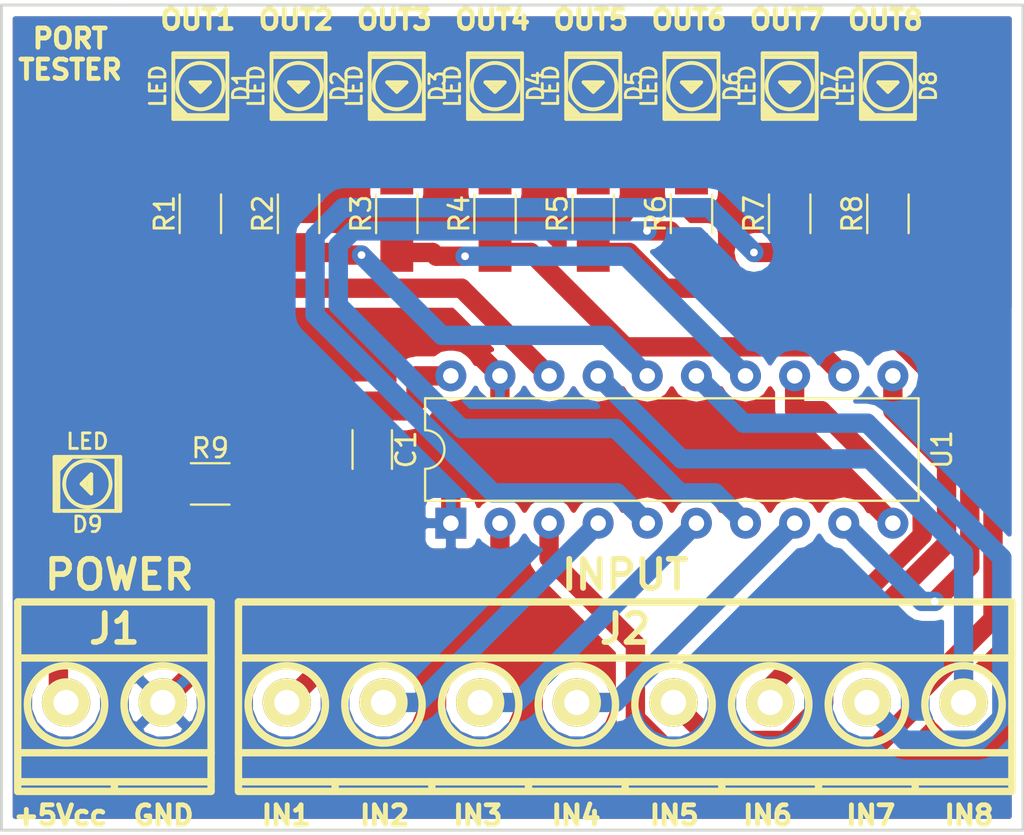
<source format=kicad_pcb>
(kicad_pcb (version 4) (host pcbnew 4.0.6)

  (general
    (links 41)
    (no_connects 0)
    (area 130.988999 84.252999 183.971001 127.075001)
    (thickness 1.6)
    (drawings 24)
    (tracks 142)
    (zones 0)
    (modules 22)
    (nets 28)
  )

  (page A4)
  (layers
    (0 F.Cu signal)
    (31 B.Cu signal)
    (32 B.Adhes user)
    (33 F.Adhes user)
    (34 B.Paste user)
    (35 F.Paste user)
    (36 B.SilkS user)
    (37 F.SilkS user)
    (38 B.Mask user)
    (39 F.Mask user)
    (40 Dwgs.User user)
    (41 Cmts.User user)
    (42 Eco1.User user)
    (43 Eco2.User user)
    (44 Edge.Cuts user)
    (45 Margin user)
    (46 B.CrtYd user)
    (47 F.CrtYd user)
    (48 B.Fab user)
    (49 F.Fab user)
  )

  (setup
    (last_trace_width 1)
    (trace_clearance 0.2)
    (zone_clearance 0.508)
    (zone_45_only no)
    (trace_min 0.2)
    (segment_width 0.2)
    (edge_width 0.15)
    (via_size 0.8)
    (via_drill 0.4)
    (via_min_size 0.4)
    (via_min_drill 0.3)
    (uvia_size 0.3)
    (uvia_drill 0.1)
    (uvias_allowed no)
    (uvia_min_size 0.2)
    (uvia_min_drill 0.1)
    (pcb_text_width 0.3)
    (pcb_text_size 1.5 1.5)
    (mod_edge_width 0.15)
    (mod_text_size 1 1)
    (mod_text_width 0.15)
    (pad_size 1.524 1.524)
    (pad_drill 0.762)
    (pad_to_mask_clearance 0.2)
    (aux_axis_origin 0 0)
    (visible_elements 7FFFFFFF)
    (pcbplotparams
      (layerselection 0x00030_80000001)
      (usegerberextensions false)
      (excludeedgelayer true)
      (linewidth 0.100000)
      (plotframeref false)
      (viasonmask false)
      (mode 1)
      (useauxorigin false)
      (hpglpennumber 1)
      (hpglpenspeed 20)
      (hpglpendiameter 15)
      (hpglpenoverlay 2)
      (psnegative false)
      (psa4output false)
      (plotreference true)
      (plotvalue true)
      (plotinvisibletext false)
      (padsonsilk false)
      (subtractmaskfromsilk false)
      (outputformat 1)
      (mirror false)
      (drillshape 1)
      (scaleselection 1)
      (outputdirectory ""))
  )

  (net 0 "")
  (net 1 +5Vcc)
  (net 2 GND)
  (net 3 "Net-(D1-Pad2)")
  (net 4 "Net-(D2-Pad2)")
  (net 5 "Net-(D3-Pad2)")
  (net 6 "Net-(D4-Pad2)")
  (net 7 "Net-(D5-Pad2)")
  (net 8 "Net-(D6-Pad2)")
  (net 9 "Net-(D7-Pad2)")
  (net 10 "Net-(D8-Pad2)")
  (net 11 "Net-(D9-Pad1)")
  (net 12 IN08)
  (net 13 IN07)
  (net 14 IN06)
  (net 15 IN05)
  (net 16 IN04)
  (net 17 IN03)
  (net 18 IN01)
  (net 19 IN02)
  (net 20 S1)
  (net 21 S2)
  (net 22 S3)
  (net 23 S4)
  (net 24 S5)
  (net 25 S6)
  (net 26 S7)
  (net 27 S8)

  (net_class Default "Esta es la clase de red por defecto."
    (clearance 0.2)
    (trace_width 1)
    (via_dia 0.8)
    (via_drill 0.4)
    (uvia_dia 0.3)
    (uvia_drill 0.1)
    (add_net +5Vcc)
    (add_net GND)
    (add_net IN01)
    (add_net IN02)
    (add_net IN03)
    (add_net IN04)
    (add_net IN05)
    (add_net IN06)
    (add_net IN07)
    (add_net IN08)
    (add_net "Net-(D1-Pad2)")
    (add_net "Net-(D2-Pad2)")
    (add_net "Net-(D3-Pad2)")
    (add_net "Net-(D4-Pad2)")
    (add_net "Net-(D5-Pad2)")
    (add_net "Net-(D6-Pad2)")
    (add_net "Net-(D7-Pad2)")
    (add_net "Net-(D8-Pad2)")
    (add_net "Net-(D9-Pad1)")
    (add_net S1)
    (add_net S2)
    (add_net S3)
    (add_net S4)
    (add_net S5)
    (add_net S6)
    (add_net S7)
    (add_net S8)
  )

  (module Capacitors_SMD:C_1206_HandSoldering (layer F.Cu) (tedit 58AA84D1) (tstamp 5B92A890)
    (at 150.241 107.315 270)
    (descr "Capacitor SMD 1206, hand soldering")
    (tags "capacitor 1206")
    (path /5B92A633)
    (attr smd)
    (fp_text reference C1 (at 0 -1.75 270) (layer F.SilkS)
      (effects (font (size 1 1) (thickness 0.15)))
    )
    (fp_text value 100nF (at 0 2 270) (layer F.Fab)
      (effects (font (size 1 1) (thickness 0.15)))
    )
    (fp_text user %R (at 0 -1.75 270) (layer F.Fab)
      (effects (font (size 1 1) (thickness 0.15)))
    )
    (fp_line (start -1.6 0.8) (end -1.6 -0.8) (layer F.Fab) (width 0.1))
    (fp_line (start 1.6 0.8) (end -1.6 0.8) (layer F.Fab) (width 0.1))
    (fp_line (start 1.6 -0.8) (end 1.6 0.8) (layer F.Fab) (width 0.1))
    (fp_line (start -1.6 -0.8) (end 1.6 -0.8) (layer F.Fab) (width 0.1))
    (fp_line (start 1 -1.02) (end -1 -1.02) (layer F.SilkS) (width 0.12))
    (fp_line (start -1 1.02) (end 1 1.02) (layer F.SilkS) (width 0.12))
    (fp_line (start -3.25 -1.05) (end 3.25 -1.05) (layer F.CrtYd) (width 0.05))
    (fp_line (start -3.25 -1.05) (end -3.25 1.05) (layer F.CrtYd) (width 0.05))
    (fp_line (start 3.25 1.05) (end 3.25 -1.05) (layer F.CrtYd) (width 0.05))
    (fp_line (start 3.25 1.05) (end -3.25 1.05) (layer F.CrtYd) (width 0.05))
    (pad 1 smd rect (at -2 0 270) (size 2 1.6) (layers F.Cu F.Paste F.Mask)
      (net 1 +5Vcc))
    (pad 2 smd rect (at 2 0 270) (size 2 1.6) (layers F.Cu F.Paste F.Mask)
      (net 2 GND))
    (model Capacitors_SMD.3dshapes/C_1206.wrl
      (at (xyz 0 0 0))
      (scale (xyz 1 1 1))
      (rotate (xyz 0 0 0))
    )
  )

  (module w_smd_leds:Led_PLCC2_3528 (layer F.Cu) (tedit 0) (tstamp 5B92A896)
    (at 141.351 88.519 270)
    (descr "3528 PLCC2 SMD led")
    (path /5B92A620)
    (fp_text reference D1 (at 0 -2.10058 270) (layer F.SilkS)
      (effects (font (size 0.8001 0.8001) (thickness 0.14986)))
    )
    (fp_text value LED (at 0 2.19964 270) (layer F.SilkS)
      (effects (font (size 0.8001 0.8001) (thickness 0.14986)))
    )
    (fp_line (start 0.09906 0.20066) (end 0.09906 -0.20066) (layer F.SilkS) (width 0.19812))
    (fp_line (start -0.09906 0.29972) (end -0.09906 -0.29972) (layer F.SilkS) (width 0.19812))
    (fp_line (start 1.50114 1.39954) (end 1.50114 -1.39954) (layer F.SilkS) (width 0.19812))
    (fp_line (start -1.50114 -1.39954) (end -1.50114 1.39954) (layer F.SilkS) (width 0.19812))
    (fp_circle (center 0 0) (end -1.19888 0) (layer F.SilkS) (width 0.19812))
    (fp_line (start -0.19812 -0.50038) (end -0.19812 0.50038) (layer F.SilkS) (width 0.19812))
    (fp_line (start -0.19812 0.50038) (end 0.29972 0) (layer F.SilkS) (width 0.19812))
    (fp_line (start 0.29972 0) (end -0.19812 -0.50038) (layer F.SilkS) (width 0.19812))
    (fp_line (start 0.8001 1.39954) (end 1.4986 0.70104) (layer F.SilkS) (width 0.19812))
    (fp_line (start 1.19888 1.39954) (end 1.4986 1.09982) (layer F.SilkS) (width 0.19812))
    (fp_line (start 1.4986 1.19888) (end 1.30048 1.39954) (layer F.SilkS) (width 0.19812))
    (fp_line (start 0.99822 1.39954) (end 1.4986 0.89916) (layer F.SilkS) (width 0.19812))
    (fp_line (start -1.69926 -1.39954) (end -1.69926 1.39954) (layer F.SilkS) (width 0.19812))
    (fp_line (start -1.69926 1.39954) (end 1.69926 1.39954) (layer F.SilkS) (width 0.19812))
    (fp_line (start 1.69926 1.39954) (end 1.69926 -1.39954) (layer F.SilkS) (width 0.19812))
    (fp_line (start 1.69926 -1.397) (end -1.69926 -1.397) (layer F.SilkS) (width 0.19812))
    (pad 1 smd rect (at -1.4986 0 270) (size 1.79578 2.69748) (layers F.Cu F.Paste F.Mask)
      (net 2 GND))
    (pad 2 smd rect (at 1.4986 0 270) (size 1.79578 2.69748) (layers F.Cu F.Paste F.Mask)
      (net 3 "Net-(D1-Pad2)"))
    (model walter/smd_leds/led_plcc2_3528.wrl
      (at (xyz 0 0 0))
      (scale (xyz 1 1 1))
      (rotate (xyz 0 0 0))
    )
  )

  (module w_smd_leds:Led_PLCC2_3528 (layer F.Cu) (tedit 0) (tstamp 5B92A89C)
    (at 146.431 88.519 270)
    (descr "3528 PLCC2 SMD led")
    (path /5B92A61E)
    (fp_text reference D2 (at 0 -2.10058 270) (layer F.SilkS)
      (effects (font (size 0.8001 0.8001) (thickness 0.14986)))
    )
    (fp_text value LED (at 0 2.19964 270) (layer F.SilkS)
      (effects (font (size 0.8001 0.8001) (thickness 0.14986)))
    )
    (fp_line (start 0.09906 0.20066) (end 0.09906 -0.20066) (layer F.SilkS) (width 0.19812))
    (fp_line (start -0.09906 0.29972) (end -0.09906 -0.29972) (layer F.SilkS) (width 0.19812))
    (fp_line (start 1.50114 1.39954) (end 1.50114 -1.39954) (layer F.SilkS) (width 0.19812))
    (fp_line (start -1.50114 -1.39954) (end -1.50114 1.39954) (layer F.SilkS) (width 0.19812))
    (fp_circle (center 0 0) (end -1.19888 0) (layer F.SilkS) (width 0.19812))
    (fp_line (start -0.19812 -0.50038) (end -0.19812 0.50038) (layer F.SilkS) (width 0.19812))
    (fp_line (start -0.19812 0.50038) (end 0.29972 0) (layer F.SilkS) (width 0.19812))
    (fp_line (start 0.29972 0) (end -0.19812 -0.50038) (layer F.SilkS) (width 0.19812))
    (fp_line (start 0.8001 1.39954) (end 1.4986 0.70104) (layer F.SilkS) (width 0.19812))
    (fp_line (start 1.19888 1.39954) (end 1.4986 1.09982) (layer F.SilkS) (width 0.19812))
    (fp_line (start 1.4986 1.19888) (end 1.30048 1.39954) (layer F.SilkS) (width 0.19812))
    (fp_line (start 0.99822 1.39954) (end 1.4986 0.89916) (layer F.SilkS) (width 0.19812))
    (fp_line (start -1.69926 -1.39954) (end -1.69926 1.39954) (layer F.SilkS) (width 0.19812))
    (fp_line (start -1.69926 1.39954) (end 1.69926 1.39954) (layer F.SilkS) (width 0.19812))
    (fp_line (start 1.69926 1.39954) (end 1.69926 -1.39954) (layer F.SilkS) (width 0.19812))
    (fp_line (start 1.69926 -1.397) (end -1.69926 -1.397) (layer F.SilkS) (width 0.19812))
    (pad 1 smd rect (at -1.4986 0 270) (size 1.79578 2.69748) (layers F.Cu F.Paste F.Mask)
      (net 2 GND))
    (pad 2 smd rect (at 1.4986 0 270) (size 1.79578 2.69748) (layers F.Cu F.Paste F.Mask)
      (net 4 "Net-(D2-Pad2)"))
    (model walter/smd_leds/led_plcc2_3528.wrl
      (at (xyz 0 0 0))
      (scale (xyz 1 1 1))
      (rotate (xyz 0 0 0))
    )
  )

  (module w_smd_leds:Led_PLCC2_3528 (layer F.Cu) (tedit 0) (tstamp 5B92A8A2)
    (at 151.511 88.519 270)
    (descr "3528 PLCC2 SMD led")
    (path /5B92A61A)
    (fp_text reference D3 (at 0 -2.10058 270) (layer F.SilkS)
      (effects (font (size 0.8001 0.8001) (thickness 0.14986)))
    )
    (fp_text value LED (at 0 2.19964 270) (layer F.SilkS)
      (effects (font (size 0.8001 0.8001) (thickness 0.14986)))
    )
    (fp_line (start 0.09906 0.20066) (end 0.09906 -0.20066) (layer F.SilkS) (width 0.19812))
    (fp_line (start -0.09906 0.29972) (end -0.09906 -0.29972) (layer F.SilkS) (width 0.19812))
    (fp_line (start 1.50114 1.39954) (end 1.50114 -1.39954) (layer F.SilkS) (width 0.19812))
    (fp_line (start -1.50114 -1.39954) (end -1.50114 1.39954) (layer F.SilkS) (width 0.19812))
    (fp_circle (center 0 0) (end -1.19888 0) (layer F.SilkS) (width 0.19812))
    (fp_line (start -0.19812 -0.50038) (end -0.19812 0.50038) (layer F.SilkS) (width 0.19812))
    (fp_line (start -0.19812 0.50038) (end 0.29972 0) (layer F.SilkS) (width 0.19812))
    (fp_line (start 0.29972 0) (end -0.19812 -0.50038) (layer F.SilkS) (width 0.19812))
    (fp_line (start 0.8001 1.39954) (end 1.4986 0.70104) (layer F.SilkS) (width 0.19812))
    (fp_line (start 1.19888 1.39954) (end 1.4986 1.09982) (layer F.SilkS) (width 0.19812))
    (fp_line (start 1.4986 1.19888) (end 1.30048 1.39954) (layer F.SilkS) (width 0.19812))
    (fp_line (start 0.99822 1.39954) (end 1.4986 0.89916) (layer F.SilkS) (width 0.19812))
    (fp_line (start -1.69926 -1.39954) (end -1.69926 1.39954) (layer F.SilkS) (width 0.19812))
    (fp_line (start -1.69926 1.39954) (end 1.69926 1.39954) (layer F.SilkS) (width 0.19812))
    (fp_line (start 1.69926 1.39954) (end 1.69926 -1.39954) (layer F.SilkS) (width 0.19812))
    (fp_line (start 1.69926 -1.397) (end -1.69926 -1.397) (layer F.SilkS) (width 0.19812))
    (pad 1 smd rect (at -1.4986 0 270) (size 1.79578 2.69748) (layers F.Cu F.Paste F.Mask)
      (net 2 GND))
    (pad 2 smd rect (at 1.4986 0 270) (size 1.79578 2.69748) (layers F.Cu F.Paste F.Mask)
      (net 5 "Net-(D3-Pad2)"))
    (model walter/smd_leds/led_plcc2_3528.wrl
      (at (xyz 0 0 0))
      (scale (xyz 1 1 1))
      (rotate (xyz 0 0 0))
    )
  )

  (module w_smd_leds:Led_PLCC2_3528 (layer F.Cu) (tedit 0) (tstamp 5B92A8A8)
    (at 156.591 88.519 270)
    (descr "3528 PLCC2 SMD led")
    (path /5B92A61C)
    (fp_text reference D4 (at 0 -2.10058 270) (layer F.SilkS)
      (effects (font (size 0.8001 0.8001) (thickness 0.14986)))
    )
    (fp_text value LED (at 0 2.19964 270) (layer F.SilkS)
      (effects (font (size 0.8001 0.8001) (thickness 0.14986)))
    )
    (fp_line (start 0.09906 0.20066) (end 0.09906 -0.20066) (layer F.SilkS) (width 0.19812))
    (fp_line (start -0.09906 0.29972) (end -0.09906 -0.29972) (layer F.SilkS) (width 0.19812))
    (fp_line (start 1.50114 1.39954) (end 1.50114 -1.39954) (layer F.SilkS) (width 0.19812))
    (fp_line (start -1.50114 -1.39954) (end -1.50114 1.39954) (layer F.SilkS) (width 0.19812))
    (fp_circle (center 0 0) (end -1.19888 0) (layer F.SilkS) (width 0.19812))
    (fp_line (start -0.19812 -0.50038) (end -0.19812 0.50038) (layer F.SilkS) (width 0.19812))
    (fp_line (start -0.19812 0.50038) (end 0.29972 0) (layer F.SilkS) (width 0.19812))
    (fp_line (start 0.29972 0) (end -0.19812 -0.50038) (layer F.SilkS) (width 0.19812))
    (fp_line (start 0.8001 1.39954) (end 1.4986 0.70104) (layer F.SilkS) (width 0.19812))
    (fp_line (start 1.19888 1.39954) (end 1.4986 1.09982) (layer F.SilkS) (width 0.19812))
    (fp_line (start 1.4986 1.19888) (end 1.30048 1.39954) (layer F.SilkS) (width 0.19812))
    (fp_line (start 0.99822 1.39954) (end 1.4986 0.89916) (layer F.SilkS) (width 0.19812))
    (fp_line (start -1.69926 -1.39954) (end -1.69926 1.39954) (layer F.SilkS) (width 0.19812))
    (fp_line (start -1.69926 1.39954) (end 1.69926 1.39954) (layer F.SilkS) (width 0.19812))
    (fp_line (start 1.69926 1.39954) (end 1.69926 -1.39954) (layer F.SilkS) (width 0.19812))
    (fp_line (start 1.69926 -1.397) (end -1.69926 -1.397) (layer F.SilkS) (width 0.19812))
    (pad 1 smd rect (at -1.4986 0 270) (size 1.79578 2.69748) (layers F.Cu F.Paste F.Mask)
      (net 2 GND))
    (pad 2 smd rect (at 1.4986 0 270) (size 1.79578 2.69748) (layers F.Cu F.Paste F.Mask)
      (net 6 "Net-(D4-Pad2)"))
    (model walter/smd_leds/led_plcc2_3528.wrl
      (at (xyz 0 0 0))
      (scale (xyz 1 1 1))
      (rotate (xyz 0 0 0))
    )
  )

  (module w_smd_leds:Led_PLCC2_3528 (layer F.Cu) (tedit 0) (tstamp 5B92A8AE)
    (at 161.671 88.519 270)
    (descr "3528 PLCC2 SMD led")
    (path /5B92A622)
    (fp_text reference D5 (at 0 -2.10058 270) (layer F.SilkS)
      (effects (font (size 0.8001 0.8001) (thickness 0.14986)))
    )
    (fp_text value LED (at 0 2.19964 270) (layer F.SilkS)
      (effects (font (size 0.8001 0.8001) (thickness 0.14986)))
    )
    (fp_line (start 0.09906 0.20066) (end 0.09906 -0.20066) (layer F.SilkS) (width 0.19812))
    (fp_line (start -0.09906 0.29972) (end -0.09906 -0.29972) (layer F.SilkS) (width 0.19812))
    (fp_line (start 1.50114 1.39954) (end 1.50114 -1.39954) (layer F.SilkS) (width 0.19812))
    (fp_line (start -1.50114 -1.39954) (end -1.50114 1.39954) (layer F.SilkS) (width 0.19812))
    (fp_circle (center 0 0) (end -1.19888 0) (layer F.SilkS) (width 0.19812))
    (fp_line (start -0.19812 -0.50038) (end -0.19812 0.50038) (layer F.SilkS) (width 0.19812))
    (fp_line (start -0.19812 0.50038) (end 0.29972 0) (layer F.SilkS) (width 0.19812))
    (fp_line (start 0.29972 0) (end -0.19812 -0.50038) (layer F.SilkS) (width 0.19812))
    (fp_line (start 0.8001 1.39954) (end 1.4986 0.70104) (layer F.SilkS) (width 0.19812))
    (fp_line (start 1.19888 1.39954) (end 1.4986 1.09982) (layer F.SilkS) (width 0.19812))
    (fp_line (start 1.4986 1.19888) (end 1.30048 1.39954) (layer F.SilkS) (width 0.19812))
    (fp_line (start 0.99822 1.39954) (end 1.4986 0.89916) (layer F.SilkS) (width 0.19812))
    (fp_line (start -1.69926 -1.39954) (end -1.69926 1.39954) (layer F.SilkS) (width 0.19812))
    (fp_line (start -1.69926 1.39954) (end 1.69926 1.39954) (layer F.SilkS) (width 0.19812))
    (fp_line (start 1.69926 1.39954) (end 1.69926 -1.39954) (layer F.SilkS) (width 0.19812))
    (fp_line (start 1.69926 -1.397) (end -1.69926 -1.397) (layer F.SilkS) (width 0.19812))
    (pad 1 smd rect (at -1.4986 0 270) (size 1.79578 2.69748) (layers F.Cu F.Paste F.Mask)
      (net 2 GND))
    (pad 2 smd rect (at 1.4986 0 270) (size 1.79578 2.69748) (layers F.Cu F.Paste F.Mask)
      (net 7 "Net-(D5-Pad2)"))
    (model walter/smd_leds/led_plcc2_3528.wrl
      (at (xyz 0 0 0))
      (scale (xyz 1 1 1))
      (rotate (xyz 0 0 0))
    )
  )

  (module w_smd_leds:Led_PLCC2_3528 (layer F.Cu) (tedit 0) (tstamp 5B92A8B4)
    (at 166.751 88.519 270)
    (descr "3528 PLCC2 SMD led")
    (path /5B92A625)
    (fp_text reference D6 (at 0 -2.10058 270) (layer F.SilkS)
      (effects (font (size 0.8001 0.8001) (thickness 0.14986)))
    )
    (fp_text value LED (at 0 2.19964 270) (layer F.SilkS)
      (effects (font (size 0.8001 0.8001) (thickness 0.14986)))
    )
    (fp_line (start 0.09906 0.20066) (end 0.09906 -0.20066) (layer F.SilkS) (width 0.19812))
    (fp_line (start -0.09906 0.29972) (end -0.09906 -0.29972) (layer F.SilkS) (width 0.19812))
    (fp_line (start 1.50114 1.39954) (end 1.50114 -1.39954) (layer F.SilkS) (width 0.19812))
    (fp_line (start -1.50114 -1.39954) (end -1.50114 1.39954) (layer F.SilkS) (width 0.19812))
    (fp_circle (center 0 0) (end -1.19888 0) (layer F.SilkS) (width 0.19812))
    (fp_line (start -0.19812 -0.50038) (end -0.19812 0.50038) (layer F.SilkS) (width 0.19812))
    (fp_line (start -0.19812 0.50038) (end 0.29972 0) (layer F.SilkS) (width 0.19812))
    (fp_line (start 0.29972 0) (end -0.19812 -0.50038) (layer F.SilkS) (width 0.19812))
    (fp_line (start 0.8001 1.39954) (end 1.4986 0.70104) (layer F.SilkS) (width 0.19812))
    (fp_line (start 1.19888 1.39954) (end 1.4986 1.09982) (layer F.SilkS) (width 0.19812))
    (fp_line (start 1.4986 1.19888) (end 1.30048 1.39954) (layer F.SilkS) (width 0.19812))
    (fp_line (start 0.99822 1.39954) (end 1.4986 0.89916) (layer F.SilkS) (width 0.19812))
    (fp_line (start -1.69926 -1.39954) (end -1.69926 1.39954) (layer F.SilkS) (width 0.19812))
    (fp_line (start -1.69926 1.39954) (end 1.69926 1.39954) (layer F.SilkS) (width 0.19812))
    (fp_line (start 1.69926 1.39954) (end 1.69926 -1.39954) (layer F.SilkS) (width 0.19812))
    (fp_line (start 1.69926 -1.397) (end -1.69926 -1.397) (layer F.SilkS) (width 0.19812))
    (pad 1 smd rect (at -1.4986 0 270) (size 1.79578 2.69748) (layers F.Cu F.Paste F.Mask)
      (net 2 GND))
    (pad 2 smd rect (at 1.4986 0 270) (size 1.79578 2.69748) (layers F.Cu F.Paste F.Mask)
      (net 8 "Net-(D6-Pad2)"))
    (model walter/smd_leds/led_plcc2_3528.wrl
      (at (xyz 0 0 0))
      (scale (xyz 1 1 1))
      (rotate (xyz 0 0 0))
    )
  )

  (module w_smd_leds:Led_PLCC2_3528 (layer F.Cu) (tedit 0) (tstamp 5B92A8BA)
    (at 171.831 88.519 270)
    (descr "3528 PLCC2 SMD led")
    (path /5B92A627)
    (fp_text reference D7 (at 0 -2.10058 270) (layer F.SilkS)
      (effects (font (size 0.8001 0.8001) (thickness 0.14986)))
    )
    (fp_text value LED (at 0 2.19964 270) (layer F.SilkS)
      (effects (font (size 0.8001 0.8001) (thickness 0.14986)))
    )
    (fp_line (start 0.09906 0.20066) (end 0.09906 -0.20066) (layer F.SilkS) (width 0.19812))
    (fp_line (start -0.09906 0.29972) (end -0.09906 -0.29972) (layer F.SilkS) (width 0.19812))
    (fp_line (start 1.50114 1.39954) (end 1.50114 -1.39954) (layer F.SilkS) (width 0.19812))
    (fp_line (start -1.50114 -1.39954) (end -1.50114 1.39954) (layer F.SilkS) (width 0.19812))
    (fp_circle (center 0 0) (end -1.19888 0) (layer F.SilkS) (width 0.19812))
    (fp_line (start -0.19812 -0.50038) (end -0.19812 0.50038) (layer F.SilkS) (width 0.19812))
    (fp_line (start -0.19812 0.50038) (end 0.29972 0) (layer F.SilkS) (width 0.19812))
    (fp_line (start 0.29972 0) (end -0.19812 -0.50038) (layer F.SilkS) (width 0.19812))
    (fp_line (start 0.8001 1.39954) (end 1.4986 0.70104) (layer F.SilkS) (width 0.19812))
    (fp_line (start 1.19888 1.39954) (end 1.4986 1.09982) (layer F.SilkS) (width 0.19812))
    (fp_line (start 1.4986 1.19888) (end 1.30048 1.39954) (layer F.SilkS) (width 0.19812))
    (fp_line (start 0.99822 1.39954) (end 1.4986 0.89916) (layer F.SilkS) (width 0.19812))
    (fp_line (start -1.69926 -1.39954) (end -1.69926 1.39954) (layer F.SilkS) (width 0.19812))
    (fp_line (start -1.69926 1.39954) (end 1.69926 1.39954) (layer F.SilkS) (width 0.19812))
    (fp_line (start 1.69926 1.39954) (end 1.69926 -1.39954) (layer F.SilkS) (width 0.19812))
    (fp_line (start 1.69926 -1.397) (end -1.69926 -1.397) (layer F.SilkS) (width 0.19812))
    (pad 1 smd rect (at -1.4986 0 270) (size 1.79578 2.69748) (layers F.Cu F.Paste F.Mask)
      (net 2 GND))
    (pad 2 smd rect (at 1.4986 0 270) (size 1.79578 2.69748) (layers F.Cu F.Paste F.Mask)
      (net 9 "Net-(D7-Pad2)"))
    (model walter/smd_leds/led_plcc2_3528.wrl
      (at (xyz 0 0 0))
      (scale (xyz 1 1 1))
      (rotate (xyz 0 0 0))
    )
  )

  (module w_smd_leds:Led_PLCC2_3528 (layer F.Cu) (tedit 0) (tstamp 5B92A8C0)
    (at 176.911 88.519 270)
    (descr "3528 PLCC2 SMD led")
    (path /5B92A629)
    (fp_text reference D8 (at 0 -2.10058 270) (layer F.SilkS)
      (effects (font (size 0.8001 0.8001) (thickness 0.14986)))
    )
    (fp_text value LED (at 0 2.19964 270) (layer F.SilkS)
      (effects (font (size 0.8001 0.8001) (thickness 0.14986)))
    )
    (fp_line (start 0.09906 0.20066) (end 0.09906 -0.20066) (layer F.SilkS) (width 0.19812))
    (fp_line (start -0.09906 0.29972) (end -0.09906 -0.29972) (layer F.SilkS) (width 0.19812))
    (fp_line (start 1.50114 1.39954) (end 1.50114 -1.39954) (layer F.SilkS) (width 0.19812))
    (fp_line (start -1.50114 -1.39954) (end -1.50114 1.39954) (layer F.SilkS) (width 0.19812))
    (fp_circle (center 0 0) (end -1.19888 0) (layer F.SilkS) (width 0.19812))
    (fp_line (start -0.19812 -0.50038) (end -0.19812 0.50038) (layer F.SilkS) (width 0.19812))
    (fp_line (start -0.19812 0.50038) (end 0.29972 0) (layer F.SilkS) (width 0.19812))
    (fp_line (start 0.29972 0) (end -0.19812 -0.50038) (layer F.SilkS) (width 0.19812))
    (fp_line (start 0.8001 1.39954) (end 1.4986 0.70104) (layer F.SilkS) (width 0.19812))
    (fp_line (start 1.19888 1.39954) (end 1.4986 1.09982) (layer F.SilkS) (width 0.19812))
    (fp_line (start 1.4986 1.19888) (end 1.30048 1.39954) (layer F.SilkS) (width 0.19812))
    (fp_line (start 0.99822 1.39954) (end 1.4986 0.89916) (layer F.SilkS) (width 0.19812))
    (fp_line (start -1.69926 -1.39954) (end -1.69926 1.39954) (layer F.SilkS) (width 0.19812))
    (fp_line (start -1.69926 1.39954) (end 1.69926 1.39954) (layer F.SilkS) (width 0.19812))
    (fp_line (start 1.69926 1.39954) (end 1.69926 -1.39954) (layer F.SilkS) (width 0.19812))
    (fp_line (start 1.69926 -1.397) (end -1.69926 -1.397) (layer F.SilkS) (width 0.19812))
    (pad 1 smd rect (at -1.4986 0 270) (size 1.79578 2.69748) (layers F.Cu F.Paste F.Mask)
      (net 2 GND))
    (pad 2 smd rect (at 1.4986 0 270) (size 1.79578 2.69748) (layers F.Cu F.Paste F.Mask)
      (net 10 "Net-(D8-Pad2)"))
    (model walter/smd_leds/led_plcc2_3528.wrl
      (at (xyz 0 0 0))
      (scale (xyz 1 1 1))
      (rotate (xyz 0 0 0))
    )
  )

  (module w_smd_leds:Led_PLCC2_3528 (layer F.Cu) (tedit 0) (tstamp 5B92A8C6)
    (at 135.509 109.093 180)
    (descr "3528 PLCC2 SMD led")
    (path /5B92A637)
    (fp_text reference D9 (at 0 -2.10058 180) (layer F.SilkS)
      (effects (font (size 0.8001 0.8001) (thickness 0.14986)))
    )
    (fp_text value LED (at 0 2.19964 180) (layer F.SilkS)
      (effects (font (size 0.8001 0.8001) (thickness 0.14986)))
    )
    (fp_line (start 0.09906 0.20066) (end 0.09906 -0.20066) (layer F.SilkS) (width 0.19812))
    (fp_line (start -0.09906 0.29972) (end -0.09906 -0.29972) (layer F.SilkS) (width 0.19812))
    (fp_line (start 1.50114 1.39954) (end 1.50114 -1.39954) (layer F.SilkS) (width 0.19812))
    (fp_line (start -1.50114 -1.39954) (end -1.50114 1.39954) (layer F.SilkS) (width 0.19812))
    (fp_circle (center 0 0) (end -1.19888 0) (layer F.SilkS) (width 0.19812))
    (fp_line (start -0.19812 -0.50038) (end -0.19812 0.50038) (layer F.SilkS) (width 0.19812))
    (fp_line (start -0.19812 0.50038) (end 0.29972 0) (layer F.SilkS) (width 0.19812))
    (fp_line (start 0.29972 0) (end -0.19812 -0.50038) (layer F.SilkS) (width 0.19812))
    (fp_line (start 0.8001 1.39954) (end 1.4986 0.70104) (layer F.SilkS) (width 0.19812))
    (fp_line (start 1.19888 1.39954) (end 1.4986 1.09982) (layer F.SilkS) (width 0.19812))
    (fp_line (start 1.4986 1.19888) (end 1.30048 1.39954) (layer F.SilkS) (width 0.19812))
    (fp_line (start 0.99822 1.39954) (end 1.4986 0.89916) (layer F.SilkS) (width 0.19812))
    (fp_line (start -1.69926 -1.39954) (end -1.69926 1.39954) (layer F.SilkS) (width 0.19812))
    (fp_line (start -1.69926 1.39954) (end 1.69926 1.39954) (layer F.SilkS) (width 0.19812))
    (fp_line (start 1.69926 1.39954) (end 1.69926 -1.39954) (layer F.SilkS) (width 0.19812))
    (fp_line (start 1.69926 -1.397) (end -1.69926 -1.397) (layer F.SilkS) (width 0.19812))
    (pad 1 smd rect (at -1.4986 0 180) (size 1.79578 2.69748) (layers F.Cu F.Paste F.Mask)
      (net 11 "Net-(D9-Pad1)"))
    (pad 2 smd rect (at 1.4986 0 180) (size 1.79578 2.69748) (layers F.Cu F.Paste F.Mask)
      (net 1 +5Vcc))
    (model walter/smd_leds/led_plcc2_3528.wrl
      (at (xyz 0 0 0))
      (scale (xyz 1 1 1))
      (rotate (xyz 0 0 0))
    )
  )

  (module w_conn_mkds:mkds_1,5-2 (layer F.Cu) (tedit 5B92AB8D) (tstamp 5B92A8CC)
    (at 136.906 120.396)
    (descr "2-way 5mm pitch terminal block, Phoenix MKDS series")
    (path /5B937BEB)
    (fp_text reference J1 (at 0 -3.81) (layer F.SilkS)
      (effects (font (size 1.5 1.5) (thickness 0.3)))
    )
    (fp_text value POWER (at 0.254 -6.604) (layer F.SilkS)
      (effects (font (size 1.5 1.5) (thickness 0.3)))
    )
    (fp_line (start 0 4.1) (end 0 4.6) (layer F.SilkS) (width 0.381))
    (fp_circle (center 2.5 0.1) (end 0.5 0.1) (layer F.SilkS) (width 0.381))
    (fp_circle (center -2.5 0.1) (end -0.5 0.1) (layer F.SilkS) (width 0.381))
    (fp_line (start -5 2.6) (end 5 2.6) (layer F.SilkS) (width 0.381))
    (fp_line (start -5 -2.3) (end 5 -2.3) (layer F.SilkS) (width 0.381))
    (fp_line (start -5 4.1) (end 5 4.1) (layer F.SilkS) (width 0.381))
    (fp_line (start -5 4.6) (end 5 4.6) (layer F.SilkS) (width 0.381))
    (fp_line (start 5 4.6) (end 5 -5.2) (layer F.SilkS) (width 0.381))
    (fp_line (start 5 -5.2) (end -5 -5.2) (layer F.SilkS) (width 0.381))
    (fp_line (start -5 -5.2) (end -5 4.6) (layer F.SilkS) (width 0.381))
    (pad 1 thru_hole circle (at -2.5 0) (size 2.5 2.5) (drill 1.3) (layers *.Cu *.Mask F.SilkS)
      (net 1 +5Vcc))
    (pad 2 thru_hole circle (at 2.5 0) (size 2.5 2.5) (drill 1.3) (layers *.Cu *.Mask F.SilkS)
      (net 2 GND))
    (model walter/conn_mkds/mkds_1,5-2.wrl
      (at (xyz 0 0 0))
      (scale (xyz 1 1 1))
      (rotate (xyz 0 0 0))
    )
  )

  (module w_conn_mkds:mkds_1,5-8 (layer F.Cu) (tedit 5B92AB96) (tstamp 5B92A8D8)
    (at 163.322 120.396)
    (descr "8-way 5mm pitch terminal block, Phoenix MKDS series")
    (path /5B937C6A)
    (fp_text reference J2 (at 0 -3.81) (layer F.SilkS)
      (effects (font (size 1.5 1.5) (thickness 0.3)))
    )
    (fp_text value INPUT (at 0 -6.604) (layer F.SilkS)
      (effects (font (size 1.5 1.5) (thickness 0.3)))
    )
    (fp_circle (center 17.5 0.1) (end 15.5 0.1) (layer F.SilkS) (width 0.381))
    (fp_line (start 15 4.1) (end 15 4.6) (layer F.SilkS) (width 0.381))
    (fp_line (start 10 4.1) (end 10 4.6) (layer F.SilkS) (width 0.381))
    (fp_circle (center 12.5 0.1) (end 10.5 0.1) (layer F.SilkS) (width 0.381))
    (fp_circle (center 7.5 0.1) (end 5.5 0.1) (layer F.SilkS) (width 0.381))
    (fp_line (start 5 4.1) (end 5 4.6) (layer F.SilkS) (width 0.381))
    (fp_line (start 0 4.1) (end 0 4.6) (layer F.SilkS) (width 0.381))
    (fp_circle (center 2.5 0.1) (end 0.5 0.1) (layer F.SilkS) (width 0.381))
    (fp_line (start -5 4.1) (end -5 4.6) (layer F.SilkS) (width 0.381))
    (fp_circle (center -2.5 0.1) (end -4.5 0.1) (layer F.SilkS) (width 0.381))
    (fp_circle (center -7.5 0.1) (end -9.5 0.1) (layer F.SilkS) (width 0.381))
    (fp_line (start -10 4.1) (end -10 4.6) (layer F.SilkS) (width 0.381))
    (fp_line (start -15 4.1) (end -15 4.6) (layer F.SilkS) (width 0.381))
    (fp_circle (center -12.5 0.1) (end -14.5 0.1) (layer F.SilkS) (width 0.381))
    (fp_circle (center -17.5 0.1) (end -15.5 0.1) (layer F.SilkS) (width 0.381))
    (fp_line (start -20 2.6) (end 20 2.6) (layer F.SilkS) (width 0.381))
    (fp_line (start -20 -2.3) (end 20 -2.3) (layer F.SilkS) (width 0.381))
    (fp_line (start -20 4.1) (end 20 4.1) (layer F.SilkS) (width 0.381))
    (fp_line (start -20 4.6) (end 20 4.6) (layer F.SilkS) (width 0.381))
    (fp_line (start 20 4.6) (end 20 -5.2) (layer F.SilkS) (width 0.381))
    (fp_line (start 20 -5.2) (end -20 -5.2) (layer F.SilkS) (width 0.381))
    (fp_line (start -20 -5.2) (end -20 4.6) (layer F.SilkS) (width 0.381))
    (pad 8 thru_hole circle (at 17.5 0) (size 2.5 2.5) (drill 1.3) (layers *.Cu *.Mask F.SilkS)
      (net 12 IN08))
    (pad 7 thru_hole circle (at 12.5 0) (size 2.5 2.5) (drill 1.3) (layers *.Cu *.Mask F.SilkS)
      (net 13 IN07))
    (pad 6 thru_hole circle (at 7.5 0) (size 2.5 2.5) (drill 1.3) (layers *.Cu *.Mask F.SilkS)
      (net 14 IN06))
    (pad 5 thru_hole circle (at 2.5 0) (size 2.5 2.5) (drill 1.3) (layers *.Cu *.Mask F.SilkS)
      (net 15 IN05))
    (pad 4 thru_hole circle (at -2.5 0) (size 2.5 2.5) (drill 1.3) (layers *.Cu *.Mask F.SilkS)
      (net 16 IN04))
    (pad 3 thru_hole circle (at -7.5 0) (size 2.5 2.5) (drill 1.3) (layers *.Cu *.Mask F.SilkS)
      (net 17 IN03))
    (pad 1 thru_hole circle (at -17.5 0) (size 2.5 2.5) (drill 1.3) (layers *.Cu *.Mask F.SilkS)
      (net 18 IN01))
    (pad 2 thru_hole circle (at -12.5 0) (size 2.5 2.5) (drill 1.3) (layers *.Cu *.Mask F.SilkS)
      (net 19 IN02))
    (model walter/conn_mkds/mkds_1,5-8.wrl
      (at (xyz 0 0 0))
      (scale (xyz 1 1 1))
      (rotate (xyz 0 0 0))
    )
  )

  (module Resistors_SMD:R_1206_HandSoldering (layer F.Cu) (tedit 58E0A804) (tstamp 5B92A8DE)
    (at 141.351 95.123 90)
    (descr "Resistor SMD 1206, hand soldering")
    (tags "resistor 1206")
    (path /5B92A621)
    (attr smd)
    (fp_text reference R1 (at 0 -1.85 90) (layer F.SilkS)
      (effects (font (size 1 1) (thickness 0.15)))
    )
    (fp_text value 330 (at 0 1.9 90) (layer F.Fab)
      (effects (font (size 1 1) (thickness 0.15)))
    )
    (fp_text user %R (at 0 0 90) (layer F.Fab)
      (effects (font (size 0.7 0.7) (thickness 0.105)))
    )
    (fp_line (start -1.6 0.8) (end -1.6 -0.8) (layer F.Fab) (width 0.1))
    (fp_line (start 1.6 0.8) (end -1.6 0.8) (layer F.Fab) (width 0.1))
    (fp_line (start 1.6 -0.8) (end 1.6 0.8) (layer F.Fab) (width 0.1))
    (fp_line (start -1.6 -0.8) (end 1.6 -0.8) (layer F.Fab) (width 0.1))
    (fp_line (start 1 1.07) (end -1 1.07) (layer F.SilkS) (width 0.12))
    (fp_line (start -1 -1.07) (end 1 -1.07) (layer F.SilkS) (width 0.12))
    (fp_line (start -3.25 -1.11) (end 3.25 -1.11) (layer F.CrtYd) (width 0.05))
    (fp_line (start -3.25 -1.11) (end -3.25 1.1) (layer F.CrtYd) (width 0.05))
    (fp_line (start 3.25 1.1) (end 3.25 -1.11) (layer F.CrtYd) (width 0.05))
    (fp_line (start 3.25 1.1) (end -3.25 1.1) (layer F.CrtYd) (width 0.05))
    (pad 1 smd rect (at -2 0 90) (size 2 1.7) (layers F.Cu F.Paste F.Mask)
      (net 20 S1))
    (pad 2 smd rect (at 2 0 90) (size 2 1.7) (layers F.Cu F.Paste F.Mask)
      (net 3 "Net-(D1-Pad2)"))
    (model ${KISYS3DMOD}/Resistors_SMD.3dshapes/R_1206.wrl
      (at (xyz 0 0 0))
      (scale (xyz 1 1 1))
      (rotate (xyz 0 0 0))
    )
  )

  (module Resistors_SMD:R_1206_HandSoldering (layer F.Cu) (tedit 58E0A804) (tstamp 5B92A8E4)
    (at 146.431 95.123 90)
    (descr "Resistor SMD 1206, hand soldering")
    (tags "resistor 1206")
    (path /5B92A61F)
    (attr smd)
    (fp_text reference R2 (at 0 -1.85 90) (layer F.SilkS)
      (effects (font (size 1 1) (thickness 0.15)))
    )
    (fp_text value 330 (at 0 1.9 90) (layer F.Fab)
      (effects (font (size 1 1) (thickness 0.15)))
    )
    (fp_text user %R (at 0 0 90) (layer F.Fab)
      (effects (font (size 0.7 0.7) (thickness 0.105)))
    )
    (fp_line (start -1.6 0.8) (end -1.6 -0.8) (layer F.Fab) (width 0.1))
    (fp_line (start 1.6 0.8) (end -1.6 0.8) (layer F.Fab) (width 0.1))
    (fp_line (start 1.6 -0.8) (end 1.6 0.8) (layer F.Fab) (width 0.1))
    (fp_line (start -1.6 -0.8) (end 1.6 -0.8) (layer F.Fab) (width 0.1))
    (fp_line (start 1 1.07) (end -1 1.07) (layer F.SilkS) (width 0.12))
    (fp_line (start -1 -1.07) (end 1 -1.07) (layer F.SilkS) (width 0.12))
    (fp_line (start -3.25 -1.11) (end 3.25 -1.11) (layer F.CrtYd) (width 0.05))
    (fp_line (start -3.25 -1.11) (end -3.25 1.1) (layer F.CrtYd) (width 0.05))
    (fp_line (start 3.25 1.1) (end 3.25 -1.11) (layer F.CrtYd) (width 0.05))
    (fp_line (start 3.25 1.1) (end -3.25 1.1) (layer F.CrtYd) (width 0.05))
    (pad 1 smd rect (at -2 0 90) (size 2 1.7) (layers F.Cu F.Paste F.Mask)
      (net 21 S2))
    (pad 2 smd rect (at 2 0 90) (size 2 1.7) (layers F.Cu F.Paste F.Mask)
      (net 4 "Net-(D2-Pad2)"))
    (model ${KISYS3DMOD}/Resistors_SMD.3dshapes/R_1206.wrl
      (at (xyz 0 0 0))
      (scale (xyz 1 1 1))
      (rotate (xyz 0 0 0))
    )
  )

  (module Resistors_SMD:R_1206_HandSoldering (layer F.Cu) (tedit 58E0A804) (tstamp 5B92A8EA)
    (at 151.511 95.123 90)
    (descr "Resistor SMD 1206, hand soldering")
    (tags "resistor 1206")
    (path /5B92A61B)
    (attr smd)
    (fp_text reference R3 (at 0 -1.85 90) (layer F.SilkS)
      (effects (font (size 1 1) (thickness 0.15)))
    )
    (fp_text value 330 (at 0 1.9 90) (layer F.Fab)
      (effects (font (size 1 1) (thickness 0.15)))
    )
    (fp_text user %R (at 0 0 90) (layer F.Fab)
      (effects (font (size 0.7 0.7) (thickness 0.105)))
    )
    (fp_line (start -1.6 0.8) (end -1.6 -0.8) (layer F.Fab) (width 0.1))
    (fp_line (start 1.6 0.8) (end -1.6 0.8) (layer F.Fab) (width 0.1))
    (fp_line (start 1.6 -0.8) (end 1.6 0.8) (layer F.Fab) (width 0.1))
    (fp_line (start -1.6 -0.8) (end 1.6 -0.8) (layer F.Fab) (width 0.1))
    (fp_line (start 1 1.07) (end -1 1.07) (layer F.SilkS) (width 0.12))
    (fp_line (start -1 -1.07) (end 1 -1.07) (layer F.SilkS) (width 0.12))
    (fp_line (start -3.25 -1.11) (end 3.25 -1.11) (layer F.CrtYd) (width 0.05))
    (fp_line (start -3.25 -1.11) (end -3.25 1.1) (layer F.CrtYd) (width 0.05))
    (fp_line (start 3.25 1.1) (end 3.25 -1.11) (layer F.CrtYd) (width 0.05))
    (fp_line (start 3.25 1.1) (end -3.25 1.1) (layer F.CrtYd) (width 0.05))
    (pad 1 smd rect (at -2 0 90) (size 2 1.7) (layers F.Cu F.Paste F.Mask)
      (net 22 S3))
    (pad 2 smd rect (at 2 0 90) (size 2 1.7) (layers F.Cu F.Paste F.Mask)
      (net 5 "Net-(D3-Pad2)"))
    (model ${KISYS3DMOD}/Resistors_SMD.3dshapes/R_1206.wrl
      (at (xyz 0 0 0))
      (scale (xyz 1 1 1))
      (rotate (xyz 0 0 0))
    )
  )

  (module Resistors_SMD:R_1206_HandSoldering (layer F.Cu) (tedit 58E0A804) (tstamp 5B92A8F0)
    (at 156.591 95.123 90)
    (descr "Resistor SMD 1206, hand soldering")
    (tags "resistor 1206")
    (path /5B92A61D)
    (attr smd)
    (fp_text reference R4 (at 0 -1.85 90) (layer F.SilkS)
      (effects (font (size 1 1) (thickness 0.15)))
    )
    (fp_text value 330 (at 0 1.9 90) (layer F.Fab)
      (effects (font (size 1 1) (thickness 0.15)))
    )
    (fp_text user %R (at 0 0 90) (layer F.Fab)
      (effects (font (size 0.7 0.7) (thickness 0.105)))
    )
    (fp_line (start -1.6 0.8) (end -1.6 -0.8) (layer F.Fab) (width 0.1))
    (fp_line (start 1.6 0.8) (end -1.6 0.8) (layer F.Fab) (width 0.1))
    (fp_line (start 1.6 -0.8) (end 1.6 0.8) (layer F.Fab) (width 0.1))
    (fp_line (start -1.6 -0.8) (end 1.6 -0.8) (layer F.Fab) (width 0.1))
    (fp_line (start 1 1.07) (end -1 1.07) (layer F.SilkS) (width 0.12))
    (fp_line (start -1 -1.07) (end 1 -1.07) (layer F.SilkS) (width 0.12))
    (fp_line (start -3.25 -1.11) (end 3.25 -1.11) (layer F.CrtYd) (width 0.05))
    (fp_line (start -3.25 -1.11) (end -3.25 1.1) (layer F.CrtYd) (width 0.05))
    (fp_line (start 3.25 1.1) (end 3.25 -1.11) (layer F.CrtYd) (width 0.05))
    (fp_line (start 3.25 1.1) (end -3.25 1.1) (layer F.CrtYd) (width 0.05))
    (pad 1 smd rect (at -2 0 90) (size 2 1.7) (layers F.Cu F.Paste F.Mask)
      (net 23 S4))
    (pad 2 smd rect (at 2 0 90) (size 2 1.7) (layers F.Cu F.Paste F.Mask)
      (net 6 "Net-(D4-Pad2)"))
    (model ${KISYS3DMOD}/Resistors_SMD.3dshapes/R_1206.wrl
      (at (xyz 0 0 0))
      (scale (xyz 1 1 1))
      (rotate (xyz 0 0 0))
    )
  )

  (module Resistors_SMD:R_1206_HandSoldering (layer F.Cu) (tedit 58E0A804) (tstamp 5B92A8F6)
    (at 161.671 95.123 90)
    (descr "Resistor SMD 1206, hand soldering")
    (tags "resistor 1206")
    (path /5B92A623)
    (attr smd)
    (fp_text reference R5 (at 0 -1.85 90) (layer F.SilkS)
      (effects (font (size 1 1) (thickness 0.15)))
    )
    (fp_text value 330 (at 0 1.9 90) (layer F.Fab)
      (effects (font (size 1 1) (thickness 0.15)))
    )
    (fp_text user %R (at 0 0 90) (layer F.Fab)
      (effects (font (size 0.7 0.7) (thickness 0.105)))
    )
    (fp_line (start -1.6 0.8) (end -1.6 -0.8) (layer F.Fab) (width 0.1))
    (fp_line (start 1.6 0.8) (end -1.6 0.8) (layer F.Fab) (width 0.1))
    (fp_line (start 1.6 -0.8) (end 1.6 0.8) (layer F.Fab) (width 0.1))
    (fp_line (start -1.6 -0.8) (end 1.6 -0.8) (layer F.Fab) (width 0.1))
    (fp_line (start 1 1.07) (end -1 1.07) (layer F.SilkS) (width 0.12))
    (fp_line (start -1 -1.07) (end 1 -1.07) (layer F.SilkS) (width 0.12))
    (fp_line (start -3.25 -1.11) (end 3.25 -1.11) (layer F.CrtYd) (width 0.05))
    (fp_line (start -3.25 -1.11) (end -3.25 1.1) (layer F.CrtYd) (width 0.05))
    (fp_line (start 3.25 1.1) (end 3.25 -1.11) (layer F.CrtYd) (width 0.05))
    (fp_line (start 3.25 1.1) (end -3.25 1.1) (layer F.CrtYd) (width 0.05))
    (pad 1 smd rect (at -2 0 90) (size 2 1.7) (layers F.Cu F.Paste F.Mask)
      (net 24 S5))
    (pad 2 smd rect (at 2 0 90) (size 2 1.7) (layers F.Cu F.Paste F.Mask)
      (net 7 "Net-(D5-Pad2)"))
    (model ${KISYS3DMOD}/Resistors_SMD.3dshapes/R_1206.wrl
      (at (xyz 0 0 0))
      (scale (xyz 1 1 1))
      (rotate (xyz 0 0 0))
    )
  )

  (module Resistors_SMD:R_1206_HandSoldering (layer F.Cu) (tedit 58E0A804) (tstamp 5B92A8FC)
    (at 166.751 95.123 90)
    (descr "Resistor SMD 1206, hand soldering")
    (tags "resistor 1206")
    (path /5B92A626)
    (attr smd)
    (fp_text reference R6 (at 0 -1.85 90) (layer F.SilkS)
      (effects (font (size 1 1) (thickness 0.15)))
    )
    (fp_text value 330 (at 0 1.9 90) (layer F.Fab)
      (effects (font (size 1 1) (thickness 0.15)))
    )
    (fp_text user %R (at 0 0 90) (layer F.Fab)
      (effects (font (size 0.7 0.7) (thickness 0.105)))
    )
    (fp_line (start -1.6 0.8) (end -1.6 -0.8) (layer F.Fab) (width 0.1))
    (fp_line (start 1.6 0.8) (end -1.6 0.8) (layer F.Fab) (width 0.1))
    (fp_line (start 1.6 -0.8) (end 1.6 0.8) (layer F.Fab) (width 0.1))
    (fp_line (start -1.6 -0.8) (end 1.6 -0.8) (layer F.Fab) (width 0.1))
    (fp_line (start 1 1.07) (end -1 1.07) (layer F.SilkS) (width 0.12))
    (fp_line (start -1 -1.07) (end 1 -1.07) (layer F.SilkS) (width 0.12))
    (fp_line (start -3.25 -1.11) (end 3.25 -1.11) (layer F.CrtYd) (width 0.05))
    (fp_line (start -3.25 -1.11) (end -3.25 1.1) (layer F.CrtYd) (width 0.05))
    (fp_line (start 3.25 1.1) (end 3.25 -1.11) (layer F.CrtYd) (width 0.05))
    (fp_line (start 3.25 1.1) (end -3.25 1.1) (layer F.CrtYd) (width 0.05))
    (pad 1 smd rect (at -2 0 90) (size 2 1.7) (layers F.Cu F.Paste F.Mask)
      (net 25 S6))
    (pad 2 smd rect (at 2 0 90) (size 2 1.7) (layers F.Cu F.Paste F.Mask)
      (net 8 "Net-(D6-Pad2)"))
    (model ${KISYS3DMOD}/Resistors_SMD.3dshapes/R_1206.wrl
      (at (xyz 0 0 0))
      (scale (xyz 1 1 1))
      (rotate (xyz 0 0 0))
    )
  )

  (module Resistors_SMD:R_1206_HandSoldering (layer F.Cu) (tedit 58E0A804) (tstamp 5B92A902)
    (at 171.831 95.123 90)
    (descr "Resistor SMD 1206, hand soldering")
    (tags "resistor 1206")
    (path /5B92A628)
    (attr smd)
    (fp_text reference R7 (at 0 -1.85 90) (layer F.SilkS)
      (effects (font (size 1 1) (thickness 0.15)))
    )
    (fp_text value 330 (at 0 1.9 90) (layer F.Fab)
      (effects (font (size 1 1) (thickness 0.15)))
    )
    (fp_text user %R (at 0 0 90) (layer F.Fab)
      (effects (font (size 0.7 0.7) (thickness 0.105)))
    )
    (fp_line (start -1.6 0.8) (end -1.6 -0.8) (layer F.Fab) (width 0.1))
    (fp_line (start 1.6 0.8) (end -1.6 0.8) (layer F.Fab) (width 0.1))
    (fp_line (start 1.6 -0.8) (end 1.6 0.8) (layer F.Fab) (width 0.1))
    (fp_line (start -1.6 -0.8) (end 1.6 -0.8) (layer F.Fab) (width 0.1))
    (fp_line (start 1 1.07) (end -1 1.07) (layer F.SilkS) (width 0.12))
    (fp_line (start -1 -1.07) (end 1 -1.07) (layer F.SilkS) (width 0.12))
    (fp_line (start -3.25 -1.11) (end 3.25 -1.11) (layer F.CrtYd) (width 0.05))
    (fp_line (start -3.25 -1.11) (end -3.25 1.1) (layer F.CrtYd) (width 0.05))
    (fp_line (start 3.25 1.1) (end 3.25 -1.11) (layer F.CrtYd) (width 0.05))
    (fp_line (start 3.25 1.1) (end -3.25 1.1) (layer F.CrtYd) (width 0.05))
    (pad 1 smd rect (at -2 0 90) (size 2 1.7) (layers F.Cu F.Paste F.Mask)
      (net 26 S7))
    (pad 2 smd rect (at 2 0 90) (size 2 1.7) (layers F.Cu F.Paste F.Mask)
      (net 9 "Net-(D7-Pad2)"))
    (model ${KISYS3DMOD}/Resistors_SMD.3dshapes/R_1206.wrl
      (at (xyz 0 0 0))
      (scale (xyz 1 1 1))
      (rotate (xyz 0 0 0))
    )
  )

  (module Resistors_SMD:R_1206_HandSoldering (layer F.Cu) (tedit 58E0A804) (tstamp 5B92A908)
    (at 176.911 95.123 90)
    (descr "Resistor SMD 1206, hand soldering")
    (tags "resistor 1206")
    (path /5B92A62A)
    (attr smd)
    (fp_text reference R8 (at 0 -1.85 90) (layer F.SilkS)
      (effects (font (size 1 1) (thickness 0.15)))
    )
    (fp_text value 330 (at 0 1.9 90) (layer F.Fab)
      (effects (font (size 1 1) (thickness 0.15)))
    )
    (fp_text user %R (at 0 0 90) (layer F.Fab)
      (effects (font (size 0.7 0.7) (thickness 0.105)))
    )
    (fp_line (start -1.6 0.8) (end -1.6 -0.8) (layer F.Fab) (width 0.1))
    (fp_line (start 1.6 0.8) (end -1.6 0.8) (layer F.Fab) (width 0.1))
    (fp_line (start 1.6 -0.8) (end 1.6 0.8) (layer F.Fab) (width 0.1))
    (fp_line (start -1.6 -0.8) (end 1.6 -0.8) (layer F.Fab) (width 0.1))
    (fp_line (start 1 1.07) (end -1 1.07) (layer F.SilkS) (width 0.12))
    (fp_line (start -1 -1.07) (end 1 -1.07) (layer F.SilkS) (width 0.12))
    (fp_line (start -3.25 -1.11) (end 3.25 -1.11) (layer F.CrtYd) (width 0.05))
    (fp_line (start -3.25 -1.11) (end -3.25 1.1) (layer F.CrtYd) (width 0.05))
    (fp_line (start 3.25 1.1) (end 3.25 -1.11) (layer F.CrtYd) (width 0.05))
    (fp_line (start 3.25 1.1) (end -3.25 1.1) (layer F.CrtYd) (width 0.05))
    (pad 1 smd rect (at -2 0 90) (size 2 1.7) (layers F.Cu F.Paste F.Mask)
      (net 27 S8))
    (pad 2 smd rect (at 2 0 90) (size 2 1.7) (layers F.Cu F.Paste F.Mask)
      (net 10 "Net-(D8-Pad2)"))
    (model ${KISYS3DMOD}/Resistors_SMD.3dshapes/R_1206.wrl
      (at (xyz 0 0 0))
      (scale (xyz 1 1 1))
      (rotate (xyz 0 0 0))
    )
  )

  (module Resistors_SMD:R_1206_HandSoldering (layer F.Cu) (tedit 58E0A804) (tstamp 5B92A90E)
    (at 141.859 109.093)
    (descr "Resistor SMD 1206, hand soldering")
    (tags "resistor 1206")
    (path /5B92A638)
    (attr smd)
    (fp_text reference R9 (at 0 -1.85) (layer F.SilkS)
      (effects (font (size 1 1) (thickness 0.15)))
    )
    (fp_text value 330 (at 0 1.9) (layer F.Fab)
      (effects (font (size 1 1) (thickness 0.15)))
    )
    (fp_text user %R (at 0 0) (layer F.Fab)
      (effects (font (size 0.7 0.7) (thickness 0.105)))
    )
    (fp_line (start -1.6 0.8) (end -1.6 -0.8) (layer F.Fab) (width 0.1))
    (fp_line (start 1.6 0.8) (end -1.6 0.8) (layer F.Fab) (width 0.1))
    (fp_line (start 1.6 -0.8) (end 1.6 0.8) (layer F.Fab) (width 0.1))
    (fp_line (start -1.6 -0.8) (end 1.6 -0.8) (layer F.Fab) (width 0.1))
    (fp_line (start 1 1.07) (end -1 1.07) (layer F.SilkS) (width 0.12))
    (fp_line (start -1 -1.07) (end 1 -1.07) (layer F.SilkS) (width 0.12))
    (fp_line (start -3.25 -1.11) (end 3.25 -1.11) (layer F.CrtYd) (width 0.05))
    (fp_line (start -3.25 -1.11) (end -3.25 1.1) (layer F.CrtYd) (width 0.05))
    (fp_line (start 3.25 1.1) (end 3.25 -1.11) (layer F.CrtYd) (width 0.05))
    (fp_line (start 3.25 1.1) (end -3.25 1.1) (layer F.CrtYd) (width 0.05))
    (pad 1 smd rect (at -2 0) (size 2 1.7) (layers F.Cu F.Paste F.Mask)
      (net 11 "Net-(D9-Pad1)"))
    (pad 2 smd rect (at 2 0) (size 2 1.7) (layers F.Cu F.Paste F.Mask)
      (net 2 GND))
    (model ${KISYS3DMOD}/Resistors_SMD.3dshapes/R_1206.wrl
      (at (xyz 0 0 0))
      (scale (xyz 1 1 1))
      (rotate (xyz 0 0 0))
    )
  )

  (module Housings_DIP:DIP-20_W7.62mm (layer F.Cu) (tedit 5B92A8E9) (tstamp 5B92A926)
    (at 154.305 111.125 90)
    (descr "20-lead though-hole mounted DIP package, row spacing 7.62 mm (300 mils)")
    (tags "THT DIP DIL PDIP 2.54mm 7.62mm 300mil")
    (path /5B92A62C)
    (fp_text reference U1 (at 3.81 25.4 90) (layer F.SilkS)
      (effects (font (size 1 1) (thickness 0.15)))
    )
    (fp_text value 74LS244 (at 3.81 5.588 180) (layer F.Fab)
      (effects (font (size 1 1) (thickness 0.15)))
    )
    (fp_arc (start 3.81 -1.33) (end 2.81 -1.33) (angle -180) (layer F.SilkS) (width 0.12))
    (fp_line (start 1.635 -1.27) (end 6.985 -1.27) (layer F.Fab) (width 0.1))
    (fp_line (start 6.985 -1.27) (end 6.985 24.13) (layer F.Fab) (width 0.1))
    (fp_line (start 6.985 24.13) (end 0.635 24.13) (layer F.Fab) (width 0.1))
    (fp_line (start 0.635 24.13) (end 0.635 -0.27) (layer F.Fab) (width 0.1))
    (fp_line (start 0.635 -0.27) (end 1.635 -1.27) (layer F.Fab) (width 0.1))
    (fp_line (start 2.81 -1.33) (end 1.16 -1.33) (layer F.SilkS) (width 0.12))
    (fp_line (start 1.16 -1.33) (end 1.16 24.19) (layer F.SilkS) (width 0.12))
    (fp_line (start 1.16 24.19) (end 6.46 24.19) (layer F.SilkS) (width 0.12))
    (fp_line (start 6.46 24.19) (end 6.46 -1.33) (layer F.SilkS) (width 0.12))
    (fp_line (start 6.46 -1.33) (end 4.81 -1.33) (layer F.SilkS) (width 0.12))
    (fp_line (start -1.1 -1.55) (end -1.1 24.4) (layer F.CrtYd) (width 0.05))
    (fp_line (start -1.1 24.4) (end 8.7 24.4) (layer F.CrtYd) (width 0.05))
    (fp_line (start 8.7 24.4) (end 8.7 -1.55) (layer F.CrtYd) (width 0.05))
    (fp_line (start 8.7 -1.55) (end -1.1 -1.55) (layer F.CrtYd) (width 0.05))
    (fp_text user %R (at 3.81 11.43 90) (layer F.Fab)
      (effects (font (size 1 1) (thickness 0.15)))
    )
    (pad 1 thru_hole rect (at 0 0 90) (size 1.6 1.6) (drill 0.8) (layers *.Cu *.Mask)
      (net 2 GND))
    (pad 11 thru_hole oval (at 7.62 22.86 90) (size 1.6 1.6) (drill 0.8) (layers *.Cu *.Mask)
      (net 15 IN05))
    (pad 2 thru_hole oval (at 0 2.54 90) (size 1.6 1.6) (drill 0.8) (layers *.Cu *.Mask)
      (net 18 IN01))
    (pad 12 thru_hole oval (at 7.62 20.32 90) (size 1.6 1.6) (drill 0.8) (layers *.Cu *.Mask)
      (net 23 S4))
    (pad 3 thru_hole oval (at 0 5.08 90) (size 1.6 1.6) (drill 0.8) (layers *.Cu *.Mask)
      (net 27 S8))
    (pad 13 thru_hole oval (at 7.62 17.78 90) (size 1.6 1.6) (drill 0.8) (layers *.Cu *.Mask)
      (net 14 IN06))
    (pad 4 thru_hole oval (at 0 7.62 90) (size 1.6 1.6) (drill 0.8) (layers *.Cu *.Mask)
      (net 19 IN02))
    (pad 14 thru_hole oval (at 7.62 15.24 90) (size 1.6 1.6) (drill 0.8) (layers *.Cu *.Mask)
      (net 22 S3))
    (pad 5 thru_hole oval (at 0 10.16 90) (size 1.6 1.6) (drill 0.8) (layers *.Cu *.Mask)
      (net 26 S7))
    (pad 15 thru_hole oval (at 7.62 12.7 90) (size 1.6 1.6) (drill 0.8) (layers *.Cu *.Mask)
      (net 13 IN07))
    (pad 6 thru_hole oval (at 0 12.7 90) (size 1.6 1.6) (drill 0.8) (layers *.Cu *.Mask)
      (net 17 IN03))
    (pad 16 thru_hole oval (at 7.62 10.16 90) (size 1.6 1.6) (drill 0.8) (layers *.Cu *.Mask)
      (net 21 S2))
    (pad 7 thru_hole oval (at 0 15.24 90) (size 1.6 1.6) (drill 0.8) (layers *.Cu *.Mask)
      (net 25 S6))
    (pad 17 thru_hole oval (at 7.62 7.62 90) (size 1.6 1.6) (drill 0.8) (layers *.Cu *.Mask)
      (net 12 IN08))
    (pad 8 thru_hole oval (at 0 17.78 90) (size 1.6 1.6) (drill 0.8) (layers *.Cu *.Mask)
      (net 16 IN04))
    (pad 18 thru_hole oval (at 7.62 5.08 90) (size 1.6 1.6) (drill 0.8) (layers *.Cu *.Mask)
      (net 20 S1))
    (pad 9 thru_hole oval (at 0 20.32 90) (size 1.6 1.6) (drill 0.8) (layers *.Cu *.Mask)
      (net 24 S5))
    (pad 19 thru_hole oval (at 7.62 2.54 90) (size 1.6 1.6) (drill 0.8) (layers *.Cu *.Mask)
      (net 2 GND))
    (pad 10 thru_hole oval (at 0 22.86 90) (size 1.6 1.6) (drill 0.8) (layers *.Cu *.Mask)
      (net 2 GND))
    (pad 20 thru_hole oval (at 7.62 0 90) (size 1.6 1.6) (drill 0.8) (layers *.Cu *.Mask)
      (net 1 +5Vcc))
    (model ${KISYS3DMOD}/Housings_DIP.3dshapes/DIP-20_W7.62mm.wrl
      (at (xyz 0 0 0))
      (scale (xyz 1 1 1))
      (rotate (xyz 0 0 0))
    )
  )

  (gr_text "PORT\nTESTER" (at 134.62 86.868) (layer F.SilkS)
    (effects (font (size 1 1) (thickness 0.25)))
  )
  (gr_line (start 131.064 84.328) (end 131.064 127) (angle 90) (layer Edge.Cuts) (width 0.15))
  (gr_line (start 137.16 84.328) (end 131.064 84.328) (angle 90) (layer Edge.Cuts) (width 0.15))
  (gr_line (start 183.896 84.328) (end 137.16 84.328) (angle 90) (layer Edge.Cuts) (width 0.15))
  (gr_line (start 183.896 127) (end 183.896 84.328) (angle 90) (layer Edge.Cuts) (width 0.15))
  (gr_line (start 131.064 127) (end 183.896 127) (angle 90) (layer Edge.Cuts) (width 0.15))
  (gr_text IN8 (at 181.102 126.238) (layer F.SilkS)
    (effects (font (size 1 1) (thickness 0.25)))
  )
  (gr_text IN7 (at 176.022 126.238) (layer F.SilkS)
    (effects (font (size 1 1) (thickness 0.25)))
  )
  (gr_text IN6 (at 170.688 126.238) (layer F.SilkS)
    (effects (font (size 1 1) (thickness 0.25)))
  )
  (gr_text IN5 (at 165.862 126.238) (layer F.SilkS)
    (effects (font (size 1 1) (thickness 0.25)))
  )
  (gr_text IN4 (at 160.782 126.238) (layer F.SilkS)
    (effects (font (size 1 1) (thickness 0.25)))
  )
  (gr_text IN3 (at 155.702 126.238) (layer F.SilkS)
    (effects (font (size 1 1) (thickness 0.25)))
  )
  (gr_text IN2 (at 150.876 126.238) (layer F.SilkS)
    (effects (font (size 1 1) (thickness 0.25)))
  )
  (gr_text IN1 (at 145.796 126.238) (layer F.SilkS)
    (effects (font (size 1 1) (thickness 0.25)))
  )
  (gr_text GND (at 139.446 126.238) (layer F.SilkS)
    (effects (font (size 1 1) (thickness 0.25)))
  )
  (gr_text +5Vcc (at 134.112 126.238) (layer F.SilkS)
    (effects (font (size 1 1) (thickness 0.25)))
  )
  (gr_text OUT8 (at 176.784 85.09) (layer F.SilkS)
    (effects (font (size 1 1) (thickness 0.25)))
  )
  (gr_text OUT7 (at 171.704 85.09) (layer F.SilkS)
    (effects (font (size 1 1) (thickness 0.25)))
  )
  (gr_text OUT6 (at 166.624 85.09) (layer F.SilkS)
    (effects (font (size 1 1) (thickness 0.25)))
  )
  (gr_text OUT5 (at 161.544 85.09) (layer F.SilkS)
    (effects (font (size 1 1) (thickness 0.25)))
  )
  (gr_text OUT4 (at 156.464 85.09) (layer F.SilkS)
    (effects (font (size 1 1) (thickness 0.25)))
  )
  (gr_text OUT3 (at 151.384 85.09) (layer F.SilkS)
    (effects (font (size 1 1) (thickness 0.25)))
  )
  (gr_text OUT2 (at 146.304 85.09) (layer F.SilkS)
    (effects (font (size 1 1) (thickness 0.25)))
  )
  (gr_text OUT1 (at 141.224 85.09) (layer F.SilkS)
    (effects (font (size 1 1) (thickness 0.25)))
  )

  (segment (start 134.0104 120.0004) (end 134.0104 109.093) (width 1) (layer F.Cu) (net 1))
  (segment (start 134.406 120.396) (end 134.0104 120.0004) (width 1) (layer F.Cu) (net 1))
  (segment (start 147.0117 106.7443) (end 148.441 105.315) (width 1) (layer F.Cu) (net 1))
  (segment (start 134.0104 106.7443) (end 147.0117 106.7443) (width 1) (layer F.Cu) (net 1))
  (segment (start 134.0104 109.093) (end 134.0104 106.7443) (width 1) (layer F.Cu) (net 1))
  (segment (start 150.241 105.315) (end 148.441 105.315) (width 1) (layer F.Cu) (net 1))
  (segment (start 152.505 104.851) (end 152.041 105.315) (width 1) (layer F.Cu) (net 1))
  (segment (start 152.505 103.505) (end 152.505 104.851) (width 1) (layer F.Cu) (net 1))
  (segment (start 150.241 105.315) (end 152.041 105.315) (width 1) (layer F.Cu) (net 1))
  (segment (start 154.305 103.505) (end 152.505 103.505) (width 1) (layer F.Cu) (net 1))
  (segment (start 166.751 87.0204) (end 161.671 87.0204) (width 1) (layer F.Cu) (net 2))
  (segment (start 161.671 87.0204) (end 156.591 87.0204) (width 1) (layer F.Cu) (net 2))
  (segment (start 150.241 109.315) (end 148.441 109.315) (width 1) (layer F.Cu) (net 2))
  (segment (start 143.859 109.315) (end 148.441 109.315) (width 1) (layer F.Cu) (net 2))
  (segment (start 143.859 115.943) (end 143.859 109.315) (width 1) (layer F.Cu) (net 2))
  (segment (start 139.406 120.396) (end 143.859 115.943) (width 1) (layer F.Cu) (net 2))
  (segment (start 143.859 109.315) (end 143.859 109.093) (width 1) (layer F.Cu) (net 2))
  (segment (start 166.751 87.0204) (end 171.831 87.0204) (width 1) (layer F.Cu) (net 2))
  (segment (start 171.831 87.0204) (end 176.911 87.0204) (width 1) (layer F.Cu) (net 2))
  (segment (start 146.431 87.0204) (end 151.511 87.0204) (width 1) (layer F.Cu) (net 2))
  (segment (start 151.511 87.0204) (end 156.591 87.0204) (width 1) (layer F.Cu) (net 2))
  (segment (start 141.351 87.0204) (end 146.431 87.0204) (width 1) (layer F.Cu) (net 2))
  (segment (start 154.305 111.125) (end 154.305 109.325) (width 1) (layer F.Cu) (net 2))
  (segment (start 150.241 109.315) (end 152.041 109.315) (width 1) (layer F.Cu) (net 2))
  (segment (start 141.351 87.0204) (end 139.0023 87.0204) (width 1) (layer F.Cu) (net 2))
  (segment (start 152.041 109.315) (end 154.305 109.315) (width 1) (layer F.Cu) (net 2))
  (segment (start 154.305 109.315) (end 154.305 109.325) (width 1) (layer F.Cu) (net 2))
  (segment (start 156.845 103.505) (end 156.845 105.305) (width 1) (layer F.Cu) (net 2))
  (segment (start 157.3232 105.7832) (end 156.845 105.305) (width 1) (layer F.Cu) (net 2))
  (segment (start 157.3232 106.2968) (end 157.3232 105.7832) (width 1) (layer F.Cu) (net 2))
  (segment (start 157.3232 106.2968) (end 154.305 109.315) (width 1) (layer F.Cu) (net 2))
  (segment (start 173.8325 107.7925) (end 177.165 111.125) (width 1) (layer F.Cu) (net 2))
  (segment (start 158.8189 107.7925) (end 173.8325 107.7925) (width 1) (layer F.Cu) (net 2))
  (segment (start 157.3232 106.2968) (end 158.8189 107.7925) (width 1) (layer F.Cu) (net 2))
  (segment (start 155.0438 101.7038) (end 156.845 103.505) (width 1) (layer F.Cu) (net 2))
  (segment (start 143.0891 101.7038) (end 155.0438 101.7038) (width 1) (layer F.Cu) (net 2))
  (segment (start 139.0023 97.617) (end 143.0891 101.7038) (width 1) (layer F.Cu) (net 2))
  (segment (start 139.0023 87.0204) (end 139.0023 97.617) (width 1) (layer F.Cu) (net 2))
  (segment (start 141.351 93.123) (end 141.351 90.0176) (width 1) (layer F.Cu) (net 3))
  (segment (start 146.431 93.123) (end 146.431 90.0176) (width 1) (layer F.Cu) (net 4))
  (segment (start 151.511 93.123) (end 151.511 90.0176) (width 1) (layer F.Cu) (net 5))
  (segment (start 156.591 93.123) (end 156.591 90.0176) (width 1) (layer F.Cu) (net 6))
  (segment (start 161.671 93.123) (end 161.671 90.0176) (width 1) (layer F.Cu) (net 7))
  (segment (start 166.751 93.123) (end 166.751 90.0176) (width 1) (layer F.Cu) (net 8))
  (segment (start 171.831 93.123) (end 171.831 90.0176) (width 1) (layer F.Cu) (net 9))
  (segment (start 176.911 93.123) (end 176.911 90.0176) (width 1) (layer F.Cu) (net 10))
  (segment (start 139.859 109.093) (end 137.0076 109.093) (width 1) (layer F.Cu) (net 11))
  (segment (start 180.822 112.658) (end 180.822 120.396) (width 1) (layer B.Cu) (net 12))
  (segment (start 175.9629 107.7989) (end 180.822 112.658) (width 1) (layer B.Cu) (net 12))
  (segment (start 166.2189 107.7989) (end 175.9629 107.7989) (width 1) (layer B.Cu) (net 12))
  (segment (start 161.925 103.505) (end 166.2189 107.7989) (width 1) (layer B.Cu) (net 12))
  (segment (start 177.7745 122.3485) (end 175.822 120.396) (width 1) (layer B.Cu) (net 13))
  (segment (start 181.6322 122.3485) (end 177.7745 122.3485) (width 1) (layer B.Cu) (net 13))
  (segment (start 182.802 121.1787) (end 181.6322 122.3485) (width 1) (layer B.Cu) (net 13))
  (segment (start 182.802 112.9131) (end 182.802 121.1787) (width 1) (layer B.Cu) (net 13))
  (segment (start 175.8402 105.9513) (end 182.802 112.9131) (width 1) (layer B.Cu) (net 13))
  (segment (start 169.4513 105.9513) (end 175.8402 105.9513) (width 1) (layer B.Cu) (net 13))
  (segment (start 167.005 103.505) (end 169.4513 105.9513) (width 1) (layer B.Cu) (net 13))
  (segment (start 170.822 119.6109) (end 170.822 120.396) (width 1) (layer F.Cu) (net 14))
  (segment (start 178.6811 111.7518) (end 170.822 119.6109) (width 1) (layer F.Cu) (net 14))
  (segment (start 178.6811 110.5138) (end 178.6811 111.7518) (width 1) (layer F.Cu) (net 14))
  (segment (start 173.4723 105.305) (end 178.6811 110.5138) (width 1) (layer F.Cu) (net 14))
  (segment (start 172.085 105.305) (end 173.4723 105.305) (width 1) (layer F.Cu) (net 14))
  (segment (start 172.085 103.505) (end 172.085 105.305) (width 1) (layer F.Cu) (net 14))
  (segment (start 167.7851 122.3591) (end 165.822 120.396) (width 1) (layer F.Cu) (net 15))
  (segment (start 171.6342 122.3591) (end 167.7851 122.3591) (width 1) (layer F.Cu) (net 15))
  (segment (start 173.5846 120.4087) (end 171.6342 122.3591) (width 1) (layer F.Cu) (net 15))
  (segment (start 173.5846 118.546) (end 173.5846 120.4087) (width 1) (layer F.Cu) (net 15))
  (segment (start 179.9436 112.187) (end 173.5846 118.546) (width 1) (layer F.Cu) (net 15))
  (segment (start 179.9436 108.0836) (end 179.9436 112.187) (width 1) (layer F.Cu) (net 15))
  (segment (start 177.165 105.305) (end 179.9436 108.0836) (width 1) (layer F.Cu) (net 15))
  (segment (start 177.165 103.505) (end 177.165 105.305) (width 1) (layer F.Cu) (net 15))
  (segment (start 162.814 120.396) (end 160.822 120.396) (width 1) (layer B.Cu) (net 16))
  (segment (start 172.085 111.125) (end 162.814 120.396) (width 1) (layer B.Cu) (net 16))
  (segment (start 157.734 120.396) (end 155.822 120.396) (width 1) (layer B.Cu) (net 17))
  (segment (start 167.005 111.125) (end 157.734 120.396) (width 1) (layer B.Cu) (net 17))
  (segment (start 153.293 112.925) (end 145.822 120.396) (width 1) (layer F.Cu) (net 18))
  (segment (start 156.845 112.925) (end 153.293 112.925) (width 1) (layer F.Cu) (net 18))
  (segment (start 156.845 111.125) (end 156.845 112.925) (width 1) (layer F.Cu) (net 18))
  (segment (start 152.654 120.396) (end 150.822 120.396) (width 1) (layer B.Cu) (net 19))
  (segment (start 161.925 111.125) (end 152.654 120.396) (width 1) (layer B.Cu) (net 19))
  (segment (start 145.051 98.973) (end 143.201 97.123) (width 1) (layer F.Cu) (net 20))
  (segment (start 154.853 98.973) (end 145.051 98.973) (width 1) (layer F.Cu) (net 20))
  (segment (start 159.385 103.505) (end 154.853 98.973) (width 1) (layer F.Cu) (net 20))
  (segment (start 141.351 97.123) (end 143.201 97.123) (width 1) (layer F.Cu) (net 20))
  (via (at 149.6862 97.2564) (size 0.8) (layers F.Cu B.Cu) (net 21))
  (segment (start 153.8403 101.4105) (end 149.6862 97.2564) (width 1) (layer B.Cu) (net 21))
  (segment (start 162.3705 101.4105) (end 153.8403 101.4105) (width 1) (layer B.Cu) (net 21))
  (segment (start 164.465 103.505) (end 162.3705 101.4105) (width 1) (layer B.Cu) (net 21))
  (segment (start 148.4144 97.2564) (end 148.281 97.123) (width 1) (layer F.Cu) (net 21))
  (segment (start 149.6862 97.2564) (end 148.4144 97.2564) (width 1) (layer F.Cu) (net 21))
  (segment (start 146.431 97.123) (end 148.281 97.123) (width 1) (layer F.Cu) (net 21))
  (via (at 155.0407 97.3187) (size 0.8) (layers F.Cu B.Cu) (net 22))
  (segment (start 151.511 97.123) (end 153.361 97.123) (width 1) (layer F.Cu) (net 22))
  (segment (start 153.5567 97.3187) (end 155.0407 97.3187) (width 1) (layer F.Cu) (net 22))
  (segment (start 153.361 97.123) (end 153.5567 97.3187) (width 1) (layer F.Cu) (net 22))
  (segment (start 163.3587 97.3187) (end 169.545 103.505) (width 1) (layer B.Cu) (net 22))
  (segment (start 155.0407 97.3187) (end 163.3587 97.3187) (width 1) (layer B.Cu) (net 22))
  (segment (start 163.3226 102.0046) (end 158.441 97.123) (width 1) (layer F.Cu) (net 23))
  (segment (start 173.1246 102.0046) (end 163.3226 102.0046) (width 1) (layer F.Cu) (net 23))
  (segment (start 174.625 103.505) (end 173.1246 102.0046) (width 1) (layer F.Cu) (net 23))
  (segment (start 156.591 97.123) (end 158.441 97.123) (width 1) (layer F.Cu) (net 23))
  (via (at 179.3317 115.1694) (size 0.8) (layers F.Cu B.Cu) (net 24))
  (segment (start 161.671 97.123) (end 163.521 97.123) (width 1) (layer F.Cu) (net 24))
  (segment (start 178.6694 115.1694) (end 179.3317 115.1694) (width 1) (layer B.Cu) (net 24))
  (segment (start 174.625 111.125) (end 178.6694 115.1694) (width 1) (layer B.Cu) (net 24))
  (segment (start 165.371 98.973) (end 163.521 97.123) (width 1) (layer F.Cu) (net 24))
  (segment (start 174.7599 98.973) (end 165.371 98.973) (width 1) (layer F.Cu) (net 24))
  (segment (start 181.144 105.3571) (end 174.7599 98.973) (width 1) (layer F.Cu) (net 24))
  (segment (start 181.144 113.3571) (end 181.144 105.3571) (width 1) (layer F.Cu) (net 24))
  (segment (start 179.3317 115.1694) (end 181.144 113.3571) (width 1) (layer F.Cu) (net 24))
  (via (at 164.4508 96.0078) (size 0.8) (layers F.Cu B.Cu) (net 25))
  (segment (start 165.6358 96.0078) (end 166.751 97.123) (width 1) (layer F.Cu) (net 25))
  (segment (start 164.4508 96.0078) (end 165.6358 96.0078) (width 1) (layer F.Cu) (net 25))
  (segment (start 167.9764 109.5564) (end 169.545 111.125) (width 1) (layer B.Cu) (net 25))
  (segment (start 166.1625 109.5564) (end 167.9764 109.5564) (width 1) (layer B.Cu) (net 25))
  (segment (start 162.8351 106.229) (end 166.1625 109.5564) (width 1) (layer B.Cu) (net 25))
  (segment (start 154.8593 106.229) (end 162.8351 106.229) (width 1) (layer B.Cu) (net 25))
  (segment (start 148.4859 99.8556) (end 154.8593 106.229) (width 1) (layer B.Cu) (net 25))
  (segment (start 148.4859 96.7592) (end 148.4859 99.8556) (width 1) (layer B.Cu) (net 25))
  (segment (start 149.2373 96.0078) (end 148.4859 96.7592) (width 1) (layer B.Cu) (net 25))
  (segment (start 164.4508 96.0078) (end 149.2373 96.0078) (width 1) (layer B.Cu) (net 25))
  (via (at 169.981 97.123) (size 0.8) (layers F.Cu B.Cu) (net 26))
  (segment (start 171.831 97.123) (end 169.981 97.123) (width 1) (layer F.Cu) (net 26))
  (segment (start 167.6653 94.8073) (end 169.981 97.123) (width 1) (layer B.Cu) (net 26))
  (segment (start 148.7403 94.8073) (end 167.6653 94.8073) (width 1) (layer B.Cu) (net 26))
  (segment (start 147.2856 96.262) (end 148.7403 94.8073) (width 1) (layer B.Cu) (net 26))
  (segment (start 147.2856 100.3545) (end 147.2856 96.262) (width 1) (layer B.Cu) (net 26))
  (segment (start 156.4875 109.5564) (end 147.2856 100.3545) (width 1) (layer B.Cu) (net 26))
  (segment (start 162.8964 109.5564) (end 156.4875 109.5564) (width 1) (layer B.Cu) (net 26))
  (segment (start 164.465 111.125) (end 162.8964 109.5564) (width 1) (layer B.Cu) (net 26))
  (segment (start 182.3444 100.7064) (end 178.761 97.123) (width 1) (layer F.Cu) (net 27))
  (segment (start 182.3444 116.086) (end 182.3444 100.7064) (width 1) (layer F.Cu) (net 27))
  (segment (start 178.322 120.1084) (end 182.3444 116.086) (width 1) (layer F.Cu) (net 27))
  (segment (start 178.322 120.6627) (end 178.322 120.1084) (width 1) (layer F.Cu) (net 27))
  (segment (start 175.4125 123.5722) (end 178.322 120.6627) (width 1) (layer F.Cu) (net 27))
  (segment (start 166.229 123.5722) (end 175.4125 123.5722) (width 1) (layer F.Cu) (net 27))
  (segment (start 163.8502 121.1934) (end 166.229 123.5722) (width 1) (layer F.Cu) (net 27))
  (segment (start 163.8502 117.3902) (end 163.8502 121.1934) (width 1) (layer F.Cu) (net 27))
  (segment (start 159.385 112.925) (end 163.8502 117.3902) (width 1) (layer F.Cu) (net 27))
  (segment (start 159.385 111.125) (end 159.385 112.925) (width 1) (layer F.Cu) (net 27))
  (segment (start 176.911 97.123) (end 178.761 97.123) (width 1) (layer F.Cu) (net 27))

  (zone (net 2) (net_name GND) (layer F.Cu) (tstamp 5B92C559) (hatch edge 0.508)
    (connect_pads (clearance 0.508))
    (min_thickness 0.254)
    (fill yes (arc_segments 16) (thermal_gap 0.508) (thermal_bridge_width 0.508))
    (polygon
      (pts
        (xy 183.896 127) (xy 131.064 127) (xy 131.064 84.328) (xy 183.896 84.328)
      )
    )
    (filled_polygon
      (pts
        (xy 183.186 99.962252) (xy 183.146966 99.903834) (xy 179.563566 96.320434) (xy 179.450758 96.245058) (xy 179.195346 96.074397)
        (xy 178.761 95.988) (xy 178.383038 95.988) (xy 178.364162 95.887683) (xy 178.22509 95.671559) (xy 178.01289 95.526569)
        (xy 177.761 95.47556) (xy 176.061 95.47556) (xy 175.825683 95.519838) (xy 175.609559 95.65891) (xy 175.464569 95.87111)
        (xy 175.41356 96.123) (xy 175.41356 98.070938) (xy 175.194246 97.924397) (xy 174.7599 97.838) (xy 173.32844 97.838)
        (xy 173.32844 96.123) (xy 173.284162 95.887683) (xy 173.14509 95.671559) (xy 172.93289 95.526569) (xy 172.681 95.47556)
        (xy 170.981 95.47556) (xy 170.745683 95.519838) (xy 170.529559 95.65891) (xy 170.384569 95.87111) (xy 170.360898 95.988)
        (xy 169.981 95.988) (xy 169.546654 96.074397) (xy 169.178434 96.320434) (xy 168.932397 96.688654) (xy 168.846 97.123)
        (xy 168.932397 97.557346) (xy 169.119924 97.838) (xy 168.24844 97.838) (xy 168.24844 96.123) (xy 168.204162 95.887683)
        (xy 168.06509 95.671559) (xy 167.85289 95.526569) (xy 167.601 95.47556) (xy 166.708692 95.47556) (xy 166.438366 95.205234)
        (xy 166.325558 95.129858) (xy 166.070146 94.959197) (xy 165.6358 94.8728) (xy 164.4508 94.8728) (xy 164.016454 94.959197)
        (xy 163.648234 95.205234) (xy 163.402197 95.573454) (xy 163.319738 95.988) (xy 163.143038 95.988) (xy 163.124162 95.887683)
        (xy 162.98509 95.671559) (xy 162.77289 95.526569) (xy 162.521 95.47556) (xy 160.821 95.47556) (xy 160.585683 95.519838)
        (xy 160.369559 95.65891) (xy 160.224569 95.87111) (xy 160.17356 96.123) (xy 160.17356 97.250428) (xy 159.243566 96.320434)
        (xy 159.130758 96.245058) (xy 158.875346 96.074397) (xy 158.441 95.988) (xy 158.063038 95.988) (xy 158.044162 95.887683)
        (xy 157.90509 95.671559) (xy 157.69289 95.526569) (xy 157.441 95.47556) (xy 155.741 95.47556) (xy 155.505683 95.519838)
        (xy 155.289559 95.65891) (xy 155.144569 95.87111) (xy 155.09356 96.123) (xy 155.09356 96.194215) (xy 155.0407 96.1837)
        (xy 153.958929 96.1837) (xy 153.795346 96.074397) (xy 153.361 95.988) (xy 152.983038 95.988) (xy 152.964162 95.887683)
        (xy 152.82509 95.671559) (xy 152.61289 95.526569) (xy 152.361 95.47556) (xy 150.661 95.47556) (xy 150.425683 95.519838)
        (xy 150.209559 95.65891) (xy 150.064569 95.87111) (xy 150.01356 96.123) (xy 150.01356 96.186516) (xy 149.6862 96.1214)
        (xy 148.785691 96.1214) (xy 148.715346 96.074397) (xy 148.281 95.988) (xy 147.903038 95.988) (xy 147.884162 95.887683)
        (xy 147.74509 95.671559) (xy 147.53289 95.526569) (xy 147.281 95.47556) (xy 145.581 95.47556) (xy 145.345683 95.519838)
        (xy 145.129559 95.65891) (xy 144.984569 95.87111) (xy 144.93356 96.123) (xy 144.93356 97.250428) (xy 144.003566 96.320434)
        (xy 143.890758 96.245058) (xy 143.635346 96.074397) (xy 143.201 95.988) (xy 142.823038 95.988) (xy 142.804162 95.887683)
        (xy 142.66509 95.671559) (xy 142.45289 95.526569) (xy 142.201 95.47556) (xy 140.501 95.47556) (xy 140.265683 95.519838)
        (xy 140.049559 95.65891) (xy 139.904569 95.87111) (xy 139.85356 96.123) (xy 139.85356 98.123) (xy 139.897838 98.358317)
        (xy 140.03691 98.574441) (xy 140.24911 98.719431) (xy 140.501 98.77044) (xy 142.201 98.77044) (xy 142.436317 98.726162)
        (xy 142.652441 98.58709) (xy 142.797431 98.37489) (xy 142.805906 98.333038) (xy 144.248434 99.775566) (xy 144.616654 100.021603)
        (xy 145.051 100.108) (xy 154.382868 100.108) (xy 156.419594 102.144726) (xy 156.107577 102.273959) (xy 155.692611 102.649866)
        (xy 155.589986 102.866703) (xy 155.319698 102.462189) (xy 154.854151 102.15112) (xy 154.305 102.041887) (xy 153.755849 102.15112)
        (xy 153.428272 102.37) (xy 152.505 102.37) (xy 152.070654 102.456397) (xy 151.702434 102.702434) (xy 151.456397 103.070654)
        (xy 151.37 103.505) (xy 151.37 103.771256) (xy 151.29289 103.718569) (xy 151.041 103.66756) (xy 149.441 103.66756)
        (xy 149.205683 103.711838) (xy 148.989559 103.85091) (xy 148.844569 104.06311) (xy 148.820898 104.18) (xy 148.441 104.18)
        (xy 148.006654 104.266397) (xy 147.638433 104.512434) (xy 146.541568 105.6093) (xy 134.0104 105.6093) (xy 133.576054 105.695697)
        (xy 133.207834 105.941734) (xy 132.961797 106.309954) (xy 132.8754 106.7443) (xy 132.8754 107.142252) (xy 132.661069 107.28017)
        (xy 132.516079 107.49237) (xy 132.46507 107.74426) (xy 132.46507 110.44174) (xy 132.509348 110.677057) (xy 132.64842 110.893181)
        (xy 132.86062 111.038171) (xy 132.8754 111.041164) (xy 132.8754 119.260462) (xy 132.808907 119.326839) (xy 132.521328 120.019405)
        (xy 132.520674 120.769305) (xy 132.807043 121.462372) (xy 133.336839 121.993093) (xy 134.029405 122.280672) (xy 134.779305 122.281326)
        (xy 135.472372 121.994957) (xy 135.738472 121.72932) (xy 138.252285 121.72932) (xy 138.381533 122.022123) (xy 139.081806 122.290388)
        (xy 139.831435 122.27025) (xy 140.430467 122.022123) (xy 140.559715 121.72932) (xy 139.406 120.575605) (xy 138.252285 121.72932)
        (xy 135.738472 121.72932) (xy 136.003093 121.465161) (xy 136.290672 120.772595) (xy 136.291283 120.071806) (xy 137.511612 120.071806)
        (xy 137.53175 120.821435) (xy 137.779877 121.420467) (xy 138.07268 121.549715) (xy 139.226395 120.396) (xy 139.585605 120.396)
        (xy 140.73932 121.549715) (xy 141.032123 121.420467) (xy 141.300388 120.720194) (xy 141.28025 119.970565) (xy 141.032123 119.371533)
        (xy 140.73932 119.242285) (xy 139.585605 120.396) (xy 139.226395 120.396) (xy 138.07268 119.242285) (xy 137.779877 119.371533)
        (xy 137.511612 120.071806) (xy 136.291283 120.071806) (xy 136.291326 120.022695) (xy 136.004957 119.329628) (xy 135.738475 119.06268)
        (xy 138.252285 119.06268) (xy 139.406 120.216395) (xy 140.559715 119.06268) (xy 140.430467 118.769877) (xy 139.730194 118.501612)
        (xy 138.980565 118.52175) (xy 138.381533 118.769877) (xy 138.252285 119.06268) (xy 135.738475 119.06268) (xy 135.475161 118.798907)
        (xy 135.1454 118.661978) (xy 135.1454 111.043748) (xy 135.359731 110.90583) (xy 135.504721 110.69363) (xy 135.507711 110.678864)
        (xy 135.64562 110.893181) (xy 135.85782 111.038171) (xy 136.10971 111.08918) (xy 137.90549 111.08918) (xy 138.140807 111.044902)
        (xy 138.356931 110.90583) (xy 138.501921 110.69363) (xy 138.542137 110.495037) (xy 138.60711 110.539431) (xy 138.859 110.59044)
        (xy 140.859 110.59044) (xy 141.094317 110.546162) (xy 141.310441 110.40709) (xy 141.455431 110.19489) (xy 141.50644 109.943)
        (xy 141.50644 109.37875) (xy 142.224 109.37875) (xy 142.224 110.06931) (xy 142.320673 110.302699) (xy 142.499302 110.481327)
        (xy 142.732691 110.578) (xy 143.57325 110.578) (xy 143.732 110.41925) (xy 143.732 109.22) (xy 143.986 109.22)
        (xy 143.986 110.41925) (xy 144.14475 110.578) (xy 144.985309 110.578) (xy 145.218698 110.481327) (xy 145.397327 110.302699)
        (xy 145.494 110.06931) (xy 145.494 109.60075) (xy 148.806 109.60075) (xy 148.806 110.441309) (xy 148.902673 110.674698)
        (xy 149.081301 110.853327) (xy 149.31469 110.95) (xy 149.95525 110.95) (xy 150.114 110.79125) (xy 150.114 109.442)
        (xy 150.368 109.442) (xy 150.368 110.79125) (xy 150.52675 110.95) (xy 151.16731 110.95) (xy 151.400699 110.853327)
        (xy 151.579327 110.674698) (xy 151.676 110.441309) (xy 151.676 110.198691) (xy 152.87 110.198691) (xy 152.87 110.83925)
        (xy 153.02875 110.998) (xy 154.178 110.998) (xy 154.178 109.84875) (xy 154.01925 109.69) (xy 153.37869 109.69)
        (xy 153.145301 109.786673) (xy 152.966673 109.965302) (xy 152.87 110.198691) (xy 151.676 110.198691) (xy 151.676 109.60075)
        (xy 151.51725 109.442) (xy 150.368 109.442) (xy 150.114 109.442) (xy 148.96475 109.442) (xy 148.806 109.60075)
        (xy 145.494 109.60075) (xy 145.494 109.37875) (xy 145.33525 109.22) (xy 143.986 109.22) (xy 143.732 109.22)
        (xy 142.38275 109.22) (xy 142.224 109.37875) (xy 141.50644 109.37875) (xy 141.50644 108.243) (xy 141.462162 108.007683)
        (xy 141.37955 107.8793) (xy 142.324674 107.8793) (xy 142.320673 107.883301) (xy 142.224 108.11669) (xy 142.224 108.80725)
        (xy 142.38275 108.966) (xy 143.732 108.966) (xy 143.732 108.946) (xy 143.986 108.946) (xy 143.986 108.966)
        (xy 145.33525 108.966) (xy 145.494 108.80725) (xy 145.494 108.188691) (xy 148.806 108.188691) (xy 148.806 109.02925)
        (xy 148.96475 109.188) (xy 150.114 109.188) (xy 150.114 107.83875) (xy 150.368 107.83875) (xy 150.368 109.188)
        (xy 151.51725 109.188) (xy 151.676 109.02925) (xy 151.676 108.188691) (xy 151.579327 107.955302) (xy 151.400699 107.776673)
        (xy 151.16731 107.68) (xy 150.52675 107.68) (xy 150.368 107.83875) (xy 150.114 107.83875) (xy 149.95525 107.68)
        (xy 149.31469 107.68) (xy 149.081301 107.776673) (xy 148.902673 107.955302) (xy 148.806 108.188691) (xy 145.494 108.188691)
        (xy 145.494 108.11669) (xy 145.397327 107.883301) (xy 145.393326 107.8793) (xy 147.0117 107.8793) (xy 147.446046 107.792903)
        (xy 147.814266 107.546866) (xy 148.833559 106.527574) (xy 148.837838 106.550317) (xy 148.97691 106.766441) (xy 149.18911 106.911431)
        (xy 149.441 106.96244) (xy 151.041 106.96244) (xy 151.276317 106.918162) (xy 151.492441 106.77909) (xy 151.637431 106.56689)
        (xy 151.661102 106.45) (xy 152.041 106.45) (xy 152.475346 106.363603) (xy 152.843566 106.117566) (xy 153.307566 105.653566)
        (xy 153.505658 105.3571) (xy 153.553603 105.285346) (xy 153.64 104.851) (xy 153.64 104.781472) (xy 153.755849 104.85888)
        (xy 154.305 104.968113) (xy 154.854151 104.85888) (xy 155.319698 104.547811) (xy 155.589986 104.143297) (xy 155.692611 104.360134)
        (xy 156.107577 104.736041) (xy 156.495961 104.896904) (xy 156.718 104.774915) (xy 156.718 103.632) (xy 156.698 103.632)
        (xy 156.698 103.378) (xy 156.718 103.378) (xy 156.718 103.358) (xy 156.972 103.358) (xy 156.972 103.378)
        (xy 156.992 103.378) (xy 156.992 103.632) (xy 156.972 103.632) (xy 156.972 104.774915) (xy 157.194039 104.896904)
        (xy 157.582423 104.736041) (xy 157.997389 104.360134) (xy 158.100014 104.143297) (xy 158.370302 104.547811) (xy 158.835849 104.85888)
        (xy 159.385 104.968113) (xy 159.934151 104.85888) (xy 160.399698 104.547811) (xy 160.655 104.165725) (xy 160.910302 104.547811)
        (xy 161.375849 104.85888) (xy 161.925 104.968113) (xy 162.474151 104.85888) (xy 162.939698 104.547811) (xy 163.195 104.165725)
        (xy 163.450302 104.547811) (xy 163.915849 104.85888) (xy 164.465 104.968113) (xy 165.014151 104.85888) (xy 165.479698 104.547811)
        (xy 165.735 104.165725) (xy 165.990302 104.547811) (xy 166.455849 104.85888) (xy 167.005 104.968113) (xy 167.554151 104.85888)
        (xy 168.019698 104.547811) (xy 168.275 104.165725) (xy 168.530302 104.547811) (xy 168.995849 104.85888) (xy 169.545 104.968113)
        (xy 170.094151 104.85888) (xy 170.559698 104.547811) (xy 170.815 104.165725) (xy 170.95 104.367767) (xy 170.95 105.305)
        (xy 171.036397 105.739346) (xy 171.282434 106.107566) (xy 171.650654 106.353603) (xy 172.085 106.44) (xy 173.002168 106.44)
        (xy 176.447765 109.885597) (xy 176.427577 109.893959) (xy 176.012611 110.269866) (xy 175.909986 110.486703) (xy 175.639698 110.082189)
        (xy 175.174151 109.77112) (xy 174.625 109.661887) (xy 174.075849 109.77112) (xy 173.610302 110.082189) (xy 173.355 110.464275)
        (xy 173.099698 110.082189) (xy 172.634151 109.77112) (xy 172.085 109.661887) (xy 171.535849 109.77112) (xy 171.070302 110.082189)
        (xy 170.815 110.464275) (xy 170.559698 110.082189) (xy 170.094151 109.77112) (xy 169.545 109.661887) (xy 168.995849 109.77112)
        (xy 168.530302 110.082189) (xy 168.275 110.464275) (xy 168.019698 110.082189) (xy 167.554151 109.77112) (xy 167.005 109.661887)
        (xy 166.455849 109.77112) (xy 165.990302 110.082189) (xy 165.735 110.464275) (xy 165.479698 110.082189) (xy 165.014151 109.77112)
        (xy 164.465 109.661887) (xy 163.915849 109.77112) (xy 163.450302 110.082189) (xy 163.195 110.464275) (xy 162.939698 110.082189)
        (xy 162.474151 109.77112) (xy 161.925 109.661887) (xy 161.375849 109.77112) (xy 160.910302 110.082189) (xy 160.655 110.464275)
        (xy 160.399698 110.082189) (xy 159.934151 109.77112) (xy 159.385 109.661887) (xy 158.835849 109.77112) (xy 158.370302 110.082189)
        (xy 158.115 110.464275) (xy 157.859698 110.082189) (xy 157.394151 109.77112) (xy 156.845 109.661887) (xy 156.295849 109.77112)
        (xy 155.830302 110.082189) (xy 155.74 110.217335) (xy 155.74 110.198691) (xy 155.643327 109.965302) (xy 155.464699 109.786673)
        (xy 155.23131 109.69) (xy 154.59075 109.69) (xy 154.432 109.84875) (xy 154.432 110.998) (xy 154.452 110.998)
        (xy 154.452 111.252) (xy 154.432 111.252) (xy 154.432 111.272) (xy 154.178 111.272) (xy 154.178 111.252)
        (xy 153.02875 111.252) (xy 152.87 111.41075) (xy 152.87 111.874139) (xy 152.858655 111.876396) (xy 152.490434 112.122433)
        (xy 146.101624 118.511243) (xy 145.448695 118.510674) (xy 144.755628 118.797043) (xy 144.224907 119.326839) (xy 143.937328 120.019405)
        (xy 143.936674 120.769305) (xy 144.223043 121.462372) (xy 144.752839 121.993093) (xy 145.445405 122.280672) (xy 146.195305 122.281326)
        (xy 146.888372 121.994957) (xy 147.419093 121.465161) (xy 147.706672 120.772595) (xy 147.706674 120.769305) (xy 148.936674 120.769305)
        (xy 149.223043 121.462372) (xy 149.752839 121.993093) (xy 150.445405 122.280672) (xy 151.195305 122.281326) (xy 151.888372 121.994957)
        (xy 152.419093 121.465161) (xy 152.706672 120.772595) (xy 152.706674 120.769305) (xy 153.936674 120.769305) (xy 154.223043 121.462372)
        (xy 154.752839 121.993093) (xy 155.445405 122.280672) (xy 156.195305 122.281326) (xy 156.888372 121.994957) (xy 157.419093 121.465161)
        (xy 157.706672 120.772595) (xy 157.706674 120.769305) (xy 158.936674 120.769305) (xy 159.223043 121.462372) (xy 159.752839 121.993093)
        (xy 160.445405 122.280672) (xy 161.195305 122.281326) (xy 161.888372 121.994957) (xy 162.419093 121.465161) (xy 162.706672 120.772595)
        (xy 162.707326 120.022695) (xy 162.420957 119.329628) (xy 161.891161 118.798907) (xy 161.198595 118.511328) (xy 160.448695 118.510674)
        (xy 159.755628 118.797043) (xy 159.224907 119.326839) (xy 158.937328 120.019405) (xy 158.936674 120.769305) (xy 157.706674 120.769305)
        (xy 157.707326 120.022695) (xy 157.420957 119.329628) (xy 156.891161 118.798907) (xy 156.198595 118.511328) (xy 155.448695 118.510674)
        (xy 154.755628 118.797043) (xy 154.224907 119.326839) (xy 153.937328 120.019405) (xy 153.936674 120.769305) (xy 152.706674 120.769305)
        (xy 152.707326 120.022695) (xy 152.420957 119.329628) (xy 151.891161 118.798907) (xy 151.198595 118.511328) (xy 150.448695 118.510674)
        (xy 149.755628 118.797043) (xy 149.224907 119.326839) (xy 148.937328 120.019405) (xy 148.936674 120.769305) (xy 147.706674 120.769305)
        (xy 147.707245 120.115887) (xy 153.763133 114.06) (xy 156.845 114.06) (xy 157.279346 113.973603) (xy 157.647566 113.727566)
        (xy 157.893603 113.359346) (xy 157.98 112.925) (xy 157.98 111.987767) (xy 158.115 111.785725) (xy 158.25 111.987767)
        (xy 158.25 112.925) (xy 158.336397 113.359346) (xy 158.582434 113.727566) (xy 162.7152 117.860332) (xy 162.7152 121.1934)
        (xy 162.801597 121.627746) (xy 162.869467 121.72932) (xy 163.047634 121.995966) (xy 165.426434 124.374766) (xy 165.794654 124.620803)
        (xy 166.229 124.7072) (xy 175.4125 124.7072) (xy 175.846846 124.620803) (xy 176.215066 124.374766) (xy 179.124566 121.465266)
        (xy 179.186154 121.373093) (xy 179.223043 121.462372) (xy 179.752839 121.993093) (xy 180.445405 122.280672) (xy 181.195305 122.281326)
        (xy 181.888372 121.994957) (xy 182.419093 121.465161) (xy 182.706672 120.772595) (xy 182.707326 120.022695) (xy 182.420957 119.329628)
        (xy 181.891161 118.798907) (xy 181.428669 118.606863) (xy 183.146966 116.888566) (xy 183.186 116.830148) (xy 183.186 126.29)
        (xy 131.774 126.29) (xy 131.774 89.11971) (xy 139.35482 89.11971) (xy 139.35482 90.91549) (xy 139.399098 91.150807)
        (xy 139.53817 91.366931) (xy 139.75037 91.511921) (xy 140.00226 91.56293) (xy 140.198716 91.56293) (xy 140.049559 91.65891)
        (xy 139.904569 91.87111) (xy 139.85356 92.123) (xy 139.85356 94.123) (xy 139.897838 94.358317) (xy 140.03691 94.574441)
        (xy 140.24911 94.719431) (xy 140.501 94.77044) (xy 142.201 94.77044) (xy 142.436317 94.726162) (xy 142.652441 94.58709)
        (xy 142.797431 94.37489) (xy 142.84844 94.123) (xy 142.84844 92.123) (xy 142.804162 91.887683) (xy 142.66509 91.671559)
        (xy 142.506106 91.56293) (xy 142.69974 91.56293) (xy 142.935057 91.518652) (xy 143.151181 91.37958) (xy 143.296171 91.16738)
        (xy 143.34718 90.91549) (xy 143.34718 89.11971) (xy 144.43482 89.11971) (xy 144.43482 90.91549) (xy 144.479098 91.150807)
        (xy 144.61817 91.366931) (xy 144.83037 91.511921) (xy 145.08226 91.56293) (xy 145.278716 91.56293) (xy 145.129559 91.65891)
        (xy 144.984569 91.87111) (xy 144.93356 92.123) (xy 144.93356 94.123) (xy 144.977838 94.358317) (xy 145.11691 94.574441)
        (xy 145.32911 94.719431) (xy 145.581 94.77044) (xy 147.281 94.77044) (xy 147.516317 94.726162) (xy 147.732441 94.58709)
        (xy 147.877431 94.37489) (xy 147.92844 94.123) (xy 147.92844 92.123) (xy 147.884162 91.887683) (xy 147.74509 91.671559)
        (xy 147.586106 91.56293) (xy 147.77974 91.56293) (xy 148.015057 91.518652) (xy 148.231181 91.37958) (xy 148.376171 91.16738)
        (xy 148.42718 90.91549) (xy 148.42718 89.11971) (xy 149.51482 89.11971) (xy 149.51482 90.91549) (xy 149.559098 91.150807)
        (xy 149.69817 91.366931) (xy 149.91037 91.511921) (xy 150.16226 91.56293) (xy 150.358716 91.56293) (xy 150.209559 91.65891)
        (xy 150.064569 91.87111) (xy 150.01356 92.123) (xy 150.01356 94.123) (xy 150.057838 94.358317) (xy 150.19691 94.574441)
        (xy 150.40911 94.719431) (xy 150.661 94.77044) (xy 152.361 94.77044) (xy 152.596317 94.726162) (xy 152.812441 94.58709)
        (xy 152.957431 94.37489) (xy 153.00844 94.123) (xy 153.00844 92.123) (xy 152.964162 91.887683) (xy 152.82509 91.671559)
        (xy 152.666106 91.56293) (xy 152.85974 91.56293) (xy 153.095057 91.518652) (xy 153.311181 91.37958) (xy 153.456171 91.16738)
        (xy 153.50718 90.91549) (xy 153.50718 89.11971) (xy 154.59482 89.11971) (xy 154.59482 90.91549) (xy 154.639098 91.150807)
        (xy 154.77817 91.366931) (xy 154.99037 91.511921) (xy 155.24226 91.56293) (xy 155.438716 91.56293) (xy 155.289559 91.65891)
        (xy 155.144569 91.87111) (xy 155.09356 92.123) (xy 155.09356 94.123) (xy 155.137838 94.358317) (xy 155.27691 94.574441)
        (xy 155.48911 94.719431) (xy 155.741 94.77044) (xy 157.441 94.77044) (xy 157.676317 94.726162) (xy 157.892441 94.58709)
        (xy 158.037431 94.37489) (xy 158.08844 94.123) (xy 158.08844 92.123) (xy 158.044162 91.887683) (xy 157.90509 91.671559)
        (xy 157.746106 91.56293) (xy 157.93974 91.56293) (xy 158.175057 91.518652) (xy 158.391181 91.37958) (xy 158.536171 91.16738)
        (xy 158.58718 90.91549) (xy 158.58718 89.11971) (xy 159.67482 89.11971) (xy 159.67482 90.91549) (xy 159.719098 91.150807)
        (xy 159.85817 91.366931) (xy 160.07037 91.511921) (xy 160.32226 91.56293) (xy 160.518716 91.56293) (xy 160.369559 91.65891)
        (xy 160.224569 91.87111) (xy 160.17356 92.123) (xy 160.17356 94.123) (xy 160.217838 94.358317) (xy 160.35691 94.574441)
        (xy 160.56911 94.719431) (xy 160.821 94.77044) (xy 162.521 94.77044) (xy 162.756317 94.726162) (xy 162.972441 94.58709)
        (xy 163.117431 94.37489) (xy 163.16844 94.123) (xy 163.16844 92.123) (xy 163.124162 91.887683) (xy 162.98509 91.671559)
        (xy 162.826106 91.56293) (xy 163.01974 91.56293) (xy 163.255057 91.518652) (xy 163.471181 91.37958) (xy 163.616171 91.16738)
        (xy 163.66718 90.91549) (xy 163.66718 89.11971) (xy 164.75482 89.11971) (xy 164.75482 90.91549) (xy 164.799098 91.150807)
        (xy 164.93817 91.366931) (xy 165.15037 91.511921) (xy 165.40226 91.56293) (xy 165.598716 91.56293) (xy 165.449559 91.65891)
        (xy 165.304569 91.87111) (xy 165.25356 92.123) (xy 165.25356 94.123) (xy 165.297838 94.358317) (xy 165.43691 94.574441)
        (xy 165.64911 94.719431) (xy 165.901 94.77044) (xy 167.601 94.77044) (xy 167.836317 94.726162) (xy 168.052441 94.58709)
        (xy 168.197431 94.37489) (xy 168.24844 94.123) (xy 168.24844 92.123) (xy 168.204162 91.887683) (xy 168.06509 91.671559)
        (xy 167.906106 91.56293) (xy 168.09974 91.56293) (xy 168.335057 91.518652) (xy 168.551181 91.37958) (xy 168.696171 91.16738)
        (xy 168.74718 90.91549) (xy 168.74718 89.11971) (xy 169.83482 89.11971) (xy 169.83482 90.91549) (xy 169.879098 91.150807)
        (xy 170.01817 91.366931) (xy 170.23037 91.511921) (xy 170.48226 91.56293) (xy 170.678716 91.56293) (xy 170.529559 91.65891)
        (xy 170.384569 91.87111) (xy 170.33356 92.123) (xy 170.33356 94.123) (xy 170.377838 94.358317) (xy 170.51691 94.574441)
        (xy 170.72911 94.719431) (xy 170.981 94.77044) (xy 172.681 94.77044) (xy 172.916317 94.726162) (xy 173.132441 94.58709)
        (xy 173.277431 94.37489) (xy 173.32844 94.123) (xy 173.32844 92.123) (xy 173.284162 91.887683) (xy 173.14509 91.671559)
        (xy 172.986106 91.56293) (xy 173.17974 91.56293) (xy 173.415057 91.518652) (xy 173.631181 91.37958) (xy 173.776171 91.16738)
        (xy 173.82718 90.91549) (xy 173.82718 89.11971) (xy 174.91482 89.11971) (xy 174.91482 90.91549) (xy 174.959098 91.150807)
        (xy 175.09817 91.366931) (xy 175.31037 91.511921) (xy 175.56226 91.56293) (xy 175.758716 91.56293) (xy 175.609559 91.65891)
        (xy 175.464569 91.87111) (xy 175.41356 92.123) (xy 175.41356 94.123) (xy 175.457838 94.358317) (xy 175.59691 94.574441)
        (xy 175.80911 94.719431) (xy 176.061 94.77044) (xy 177.761 94.77044) (xy 177.996317 94.726162) (xy 178.212441 94.58709)
        (xy 178.357431 94.37489) (xy 178.40844 94.123) (xy 178.40844 92.123) (xy 178.364162 91.887683) (xy 178.22509 91.671559)
        (xy 178.066106 91.56293) (xy 178.25974 91.56293) (xy 178.495057 91.518652) (xy 178.711181 91.37958) (xy 178.856171 91.16738)
        (xy 178.90718 90.91549) (xy 178.90718 89.11971) (xy 178.862902 88.884393) (xy 178.72383 88.668269) (xy 178.51163 88.523279)
        (xy 178.475948 88.516053) (xy 178.619439 88.456617) (xy 178.798067 88.277988) (xy 178.89474 88.044599) (xy 178.89474 87.30615)
        (xy 178.73599 87.1474) (xy 177.038 87.1474) (xy 177.038 87.1674) (xy 176.784 87.1674) (xy 176.784 87.1474)
        (xy 175.08601 87.1474) (xy 174.92726 87.30615) (xy 174.92726 88.044599) (xy 175.023933 88.277988) (xy 175.202561 88.456617)
        (xy 175.340905 88.513921) (xy 175.326943 88.516548) (xy 175.110819 88.65562) (xy 174.965829 88.86782) (xy 174.91482 89.11971)
        (xy 173.82718 89.11971) (xy 173.782902 88.884393) (xy 173.64383 88.668269) (xy 173.43163 88.523279) (xy 173.395948 88.516053)
        (xy 173.539439 88.456617) (xy 173.718067 88.277988) (xy 173.81474 88.044599) (xy 173.81474 87.30615) (xy 173.65599 87.1474)
        (xy 171.958 87.1474) (xy 171.958 87.1674) (xy 171.704 87.1674) (xy 171.704 87.1474) (xy 170.00601 87.1474)
        (xy 169.84726 87.30615) (xy 169.84726 88.044599) (xy 169.943933 88.277988) (xy 170.122561 88.456617) (xy 170.260905 88.513921)
        (xy 170.246943 88.516548) (xy 170.030819 88.65562) (xy 169.885829 88.86782) (xy 169.83482 89.11971) (xy 168.74718 89.11971)
        (xy 168.702902 88.884393) (xy 168.56383 88.668269) (xy 168.35163 88.523279) (xy 168.315948 88.516053) (xy 168.459439 88.456617)
        (xy 168.638067 88.277988) (xy 168.73474 88.044599) (xy 168.73474 87.30615) (xy 168.57599 87.1474) (xy 166.878 87.1474)
        (xy 166.878 87.1674) (xy 166.624 87.1674) (xy 166.624 87.1474) (xy 164.92601 87.1474) (xy 164.76726 87.30615)
        (xy 164.76726 88.044599) (xy 164.863933 88.277988) (xy 165.042561 88.456617) (xy 165.180905 88.513921) (xy 165.166943 88.516548)
        (xy 164.950819 88.65562) (xy 164.805829 88.86782) (xy 164.75482 89.11971) (xy 163.66718 89.11971) (xy 163.622902 88.884393)
        (xy 163.48383 88.668269) (xy 163.27163 88.523279) (xy 163.235948 88.516053) (xy 163.379439 88.456617) (xy 163.558067 88.277988)
        (xy 163.65474 88.044599) (xy 163.65474 87.30615) (xy 163.49599 87.1474) (xy 161.798 87.1474) (xy 161.798 87.1674)
        (xy 161.544 87.1674) (xy 161.544 87.1474) (xy 159.84601 87.1474) (xy 159.68726 87.30615) (xy 159.68726 88.044599)
        (xy 159.783933 88.277988) (xy 159.962561 88.456617) (xy 160.100905 88.513921) (xy 160.086943 88.516548) (xy 159.870819 88.65562)
        (xy 159.725829 88.86782) (xy 159.67482 89.11971) (xy 158.58718 89.11971) (xy 158.542902 88.884393) (xy 158.40383 88.668269)
        (xy 158.19163 88.523279) (xy 158.155948 88.516053) (xy 158.299439 88.456617) (xy 158.478067 88.277988) (xy 158.57474 88.044599)
        (xy 158.57474 87.30615) (xy 158.41599 87.1474) (xy 156.718 87.1474) (xy 156.718 87.1674) (xy 156.464 87.1674)
        (xy 156.464 87.1474) (xy 154.76601 87.1474) (xy 154.60726 87.30615) (xy 154.60726 88.044599) (xy 154.703933 88.277988)
        (xy 154.882561 88.456617) (xy 155.020905 88.513921) (xy 155.006943 88.516548) (xy 154.790819 88.65562) (xy 154.645829 88.86782)
        (xy 154.59482 89.11971) (xy 153.50718 89.11971) (xy 153.462902 88.884393) (xy 153.32383 88.668269) (xy 153.11163 88.523279)
        (xy 153.075948 88.516053) (xy 153.219439 88.456617) (xy 153.398067 88.277988) (xy 153.49474 88.044599) (xy 153.49474 87.30615)
        (xy 153.33599 87.1474) (xy 151.638 87.1474) (xy 151.638 87.1674) (xy 151.384 87.1674) (xy 151.384 87.1474)
        (xy 149.68601 87.1474) (xy 149.52726 87.30615) (xy 149.52726 88.044599) (xy 149.623933 88.277988) (xy 149.802561 88.456617)
        (xy 149.940905 88.513921) (xy 149.926943 88.516548) (xy 149.710819 88.65562) (xy 149.565829 88.86782) (xy 149.51482 89.11971)
        (xy 148.42718 89.11971) (xy 148.382902 88.884393) (xy 148.24383 88.668269) (xy 148.03163 88.523279) (xy 147.995948 88.516053)
        (xy 148.139439 88.456617) (xy 148.318067 88.277988) (xy 148.41474 88.044599) (xy 148.41474 87.30615) (xy 148.25599 87.1474)
        (xy 146.558 87.1474) (xy 146.558 87.1674) (xy 146.304 87.1674) (xy 146.304 87.1474) (xy 144.60601 87.1474)
        (xy 144.44726 87.30615) (xy 144.44726 88.044599) (xy 144.543933 88.277988) (xy 144.722561 88.456617) (xy 144.860905 88.513921)
        (xy 144.846943 88.516548) (xy 144.630819 88.65562) (xy 144.485829 88.86782) (xy 144.43482 89.11971) (xy 143.34718 89.11971)
        (xy 143.302902 88.884393) (xy 143.16383 88.668269) (xy 142.95163 88.523279) (xy 142.915948 88.516053) (xy 143.059439 88.456617)
        (xy 143.238067 88.277988) (xy 143.33474 88.044599) (xy 143.33474 87.30615) (xy 143.17599 87.1474) (xy 141.478 87.1474)
        (xy 141.478 87.1674) (xy 141.224 87.1674) (xy 141.224 87.1474) (xy 139.52601 87.1474) (xy 139.36726 87.30615)
        (xy 139.36726 88.044599) (xy 139.463933 88.277988) (xy 139.642561 88.456617) (xy 139.780905 88.513921) (xy 139.766943 88.516548)
        (xy 139.550819 88.65562) (xy 139.405829 88.86782) (xy 139.35482 89.11971) (xy 131.774 89.11971) (xy 131.774 85.996201)
        (xy 139.36726 85.996201) (xy 139.36726 86.73465) (xy 139.52601 86.8934) (xy 141.224 86.8934) (xy 141.224 85.64626)
        (xy 141.478 85.64626) (xy 141.478 86.8934) (xy 143.17599 86.8934) (xy 143.33474 86.73465) (xy 143.33474 85.996201)
        (xy 144.44726 85.996201) (xy 144.44726 86.73465) (xy 144.60601 86.8934) (xy 146.304 86.8934) (xy 146.304 85.64626)
        (xy 146.558 85.64626) (xy 146.558 86.8934) (xy 148.25599 86.8934) (xy 148.41474 86.73465) (xy 148.41474 85.996201)
        (xy 149.52726 85.996201) (xy 149.52726 86.73465) (xy 149.68601 86.8934) (xy 151.384 86.8934) (xy 151.384 85.64626)
        (xy 151.638 85.64626) (xy 151.638 86.8934) (xy 153.33599 86.8934) (xy 153.49474 86.73465) (xy 153.49474 85.996201)
        (xy 154.60726 85.996201) (xy 154.60726 86.73465) (xy 154.76601 86.8934) (xy 156.464 86.8934) (xy 156.464 85.64626)
        (xy 156.718 85.64626) (xy 156.718 86.8934) (xy 158.41599 86.8934) (xy 158.57474 86.73465) (xy 158.57474 85.996201)
        (xy 159.68726 85.996201) (xy 159.68726 86.73465) (xy 159.84601 86.8934) (xy 161.544 86.8934) (xy 161.544 85.64626)
        (xy 161.798 85.64626) (xy 161.798 86.8934) (xy 163.49599 86.8934) (xy 163.65474 86.73465) (xy 163.65474 85.996201)
        (xy 164.76726 85.996201) (xy 164.76726 86.73465) (xy 164.92601 86.8934) (xy 166.624 86.8934) (xy 166.624 85.64626)
        (xy 166.878 85.64626) (xy 166.878 86.8934) (xy 168.57599 86.8934) (xy 168.73474 86.73465) (xy 168.73474 85.996201)
        (xy 169.84726 85.996201) (xy 169.84726 86.73465) (xy 170.00601 86.8934) (xy 171.704 86.8934) (xy 171.704 85.64626)
        (xy 171.958 85.64626) (xy 171.958 86.8934) (xy 173.65599 86.8934) (xy 173.81474 86.73465) (xy 173.81474 85.996201)
        (xy 174.92726 85.996201) (xy 174.92726 86.73465) (xy 175.08601 86.8934) (xy 176.784 86.8934) (xy 176.784 85.64626)
        (xy 177.038 85.64626) (xy 177.038 86.8934) (xy 178.73599 86.8934) (xy 178.89474 86.73465) (xy 178.89474 85.996201)
        (xy 178.798067 85.762812) (xy 178.619439 85.584183) (xy 178.38605 85.48751) (xy 177.19675 85.48751) (xy 177.038 85.64626)
        (xy 176.784 85.64626) (xy 176.62525 85.48751) (xy 175.43595 85.48751) (xy 175.202561 85.584183) (xy 175.023933 85.762812)
        (xy 174.92726 85.996201) (xy 173.81474 85.996201) (xy 173.718067 85.762812) (xy 173.539439 85.584183) (xy 173.30605 85.48751)
        (xy 172.11675 85.48751) (xy 171.958 85.64626) (xy 171.704 85.64626) (xy 171.54525 85.48751) (xy 170.35595 85.48751)
        (xy 170.122561 85.584183) (xy 169.943933 85.762812) (xy 169.84726 85.996201) (xy 168.73474 85.996201) (xy 168.638067 85.762812)
        (xy 168.459439 85.584183) (xy 168.22605 85.48751) (xy 167.03675 85.48751) (xy 166.878 85.64626) (xy 166.624 85.64626)
        (xy 166.46525 85.48751) (xy 165.27595 85.48751) (xy 165.042561 85.584183) (xy 164.863933 85.762812) (xy 164.76726 85.996201)
        (xy 163.65474 85.996201) (xy 163.558067 85.762812) (xy 163.379439 85.584183) (xy 163.14605 85.48751) (xy 161.95675 85.48751)
        (xy 161.798 85.64626) (xy 161.544 85.64626) (xy 161.38525 85.48751) (xy 160.19595 85.48751) (xy 159.962561 85.584183)
        (xy 159.783933 85.762812) (xy 159.68726 85.996201) (xy 158.57474 85.996201) (xy 158.478067 85.762812) (xy 158.299439 85.584183)
        (xy 158.06605 85.48751) (xy 156.87675 85.48751) (xy 156.718 85.64626) (xy 156.464 85.64626) (xy 156.30525 85.48751)
        (xy 155.11595 85.48751) (xy 154.882561 85.584183) (xy 154.703933 85.762812) (xy 154.60726 85.996201) (xy 153.49474 85.996201)
        (xy 153.398067 85.762812) (xy 153.219439 85.584183) (xy 152.98605 85.48751) (xy 151.79675 85.48751) (xy 151.638 85.64626)
        (xy 151.384 85.64626) (xy 151.22525 85.48751) (xy 150.03595 85.48751) (xy 149.802561 85.584183) (xy 149.623933 85.762812)
        (xy 149.52726 85.996201) (xy 148.41474 85.996201) (xy 148.318067 85.762812) (xy 148.139439 85.584183) (xy 147.90605 85.48751)
        (xy 146.71675 85.48751) (xy 146.558 85.64626) (xy 146.304 85.64626) (xy 146.14525 85.48751) (xy 144.95595 85.48751)
        (xy 144.722561 85.584183) (xy 144.543933 85.762812) (xy 144.44726 85.996201) (xy 143.33474 85.996201) (xy 143.238067 85.762812)
        (xy 143.059439 85.584183) (xy 142.82605 85.48751) (xy 141.63675 85.48751) (xy 141.478 85.64626) (xy 141.224 85.64626)
        (xy 141.06525 85.48751) (xy 139.87595 85.48751) (xy 139.642561 85.584183) (xy 139.463933 85.762812) (xy 139.36726 85.996201)
        (xy 131.774 85.996201) (xy 131.774 85.038) (xy 183.186 85.038)
      )
    )
    (filled_polygon
      (pts
        (xy 177.292 110.998) (xy 177.312 110.998) (xy 177.312 111.252) (xy 177.292 111.252) (xy 177.292 111.272)
        (xy 177.038 111.272) (xy 177.038 111.252) (xy 177.018 111.252) (xy 177.018 110.998) (xy 177.038 110.998)
        (xy 177.038 110.978) (xy 177.292 110.978)
      )
    )
  )
  (zone (net 2) (net_name GND) (layer B.Cu) (tstamp 5B92C575) (hatch edge 0.508)
    (connect_pads (clearance 0.508))
    (min_thickness 0.254)
    (fill yes (arc_segments 16) (thermal_gap 0.508) (thermal_bridge_width 0.508))
    (polygon
      (pts
        (xy 183.896 127) (xy 131.064 127) (xy 131.064 84.328) (xy 183.896 84.328)
      )
    )
    (filled_polygon
      (pts
        (xy 183.186 111.691968) (xy 176.642766 105.148734) (xy 176.560851 105.094) (xy 176.274546 104.902697) (xy 175.8402 104.8163)
        (xy 175.237876 104.8163) (xy 175.639698 104.547811) (xy 175.895 104.165725) (xy 176.150302 104.547811) (xy 176.615849 104.85888)
        (xy 177.165 104.968113) (xy 177.714151 104.85888) (xy 178.179698 104.547811) (xy 178.490767 104.082264) (xy 178.6 103.533113)
        (xy 178.6 103.476887) (xy 178.490767 102.927736) (xy 178.179698 102.462189) (xy 177.714151 102.15112) (xy 177.165 102.041887)
        (xy 176.615849 102.15112) (xy 176.150302 102.462189) (xy 175.895 102.844275) (xy 175.639698 102.462189) (xy 175.174151 102.15112)
        (xy 174.625 102.041887) (xy 174.075849 102.15112) (xy 173.610302 102.462189) (xy 173.355 102.844275) (xy 173.099698 102.462189)
        (xy 172.634151 102.15112) (xy 172.085 102.041887) (xy 171.535849 102.15112) (xy 171.070302 102.462189) (xy 170.815 102.844275)
        (xy 170.559698 102.462189) (xy 170.094151 102.15112) (xy 169.722283 102.077151) (xy 164.731998 97.086866) (xy 164.885146 97.056403)
        (xy 165.253366 96.810366) (xy 165.499403 96.442146) (xy 165.5858 96.0078) (xy 165.572771 95.9423) (xy 167.195168 95.9423)
        (xy 169.178434 97.925566) (xy 169.546654 98.171603) (xy 169.981 98.257999) (xy 170.415345 98.171603) (xy 170.783566 97.925566)
        (xy 171.029603 97.557345) (xy 171.115999 97.123) (xy 171.029603 96.688654) (xy 170.783566 96.320434) (xy 168.467866 94.004734)
        (xy 168.099646 93.758697) (xy 167.6653 93.6723) (xy 148.7403 93.6723) (xy 148.305954 93.758697) (xy 147.937733 94.004734)
        (xy 146.483034 95.459434) (xy 146.236997 95.827654) (xy 146.1506 96.262) (xy 146.1506 100.3545) (xy 146.236997 100.788846)
        (xy 146.362153 100.976155) (xy 146.483034 101.157066) (xy 155.015968 109.69) (xy 154.59075 109.69) (xy 154.432 109.84875)
        (xy 154.432 110.998) (xy 154.452 110.998) (xy 154.452 111.252) (xy 154.432 111.252) (xy 154.432 112.40125)
        (xy 154.59075 112.56) (xy 155.23131 112.56) (xy 155.464699 112.463327) (xy 155.643327 112.284698) (xy 155.74 112.051309)
        (xy 155.74 112.032665) (xy 155.830302 112.167811) (xy 156.295849 112.47888) (xy 156.845 112.588113) (xy 157.394151 112.47888)
        (xy 157.859698 112.167811) (xy 158.115 111.785725) (xy 158.370302 112.167811) (xy 158.835849 112.47888) (xy 158.944397 112.500471)
        (xy 152.268232 119.176636) (xy 151.891161 118.798907) (xy 151.198595 118.511328) (xy 150.448695 118.510674) (xy 149.755628 118.797043)
        (xy 149.224907 119.326839) (xy 148.937328 120.019405) (xy 148.936674 120.769305) (xy 149.223043 121.462372) (xy 149.752839 121.993093)
        (xy 150.445405 122.280672) (xy 151.195305 122.281326) (xy 151.888372 121.994957) (xy 152.353139 121.531) (xy 152.654 121.531)
        (xy 153.088346 121.444603) (xy 153.456566 121.198566) (xy 153.936718 120.718414) (xy 153.936674 120.769305) (xy 154.223043 121.462372)
        (xy 154.752839 121.993093) (xy 155.445405 122.280672) (xy 156.195305 122.281326) (xy 156.888372 121.994957) (xy 157.353139 121.531)
        (xy 157.734 121.531) (xy 158.168346 121.444603) (xy 158.536566 121.198566) (xy 158.945198 120.789934) (xy 159.223043 121.462372)
        (xy 159.752839 121.993093) (xy 160.445405 122.280672) (xy 161.195305 122.281326) (xy 161.888372 121.994957) (xy 162.353139 121.531)
        (xy 162.814 121.531) (xy 163.248346 121.444603) (xy 163.616566 121.198566) (xy 163.968588 120.846544) (xy 164.223043 121.462372)
        (xy 164.752839 121.993093) (xy 165.445405 122.280672) (xy 166.195305 122.281326) (xy 166.888372 121.994957) (xy 167.419093 121.465161)
        (xy 167.706672 120.772595) (xy 167.706674 120.769305) (xy 168.936674 120.769305) (xy 169.223043 121.462372) (xy 169.752839 121.993093)
        (xy 170.445405 122.280672) (xy 171.195305 122.281326) (xy 171.888372 121.994957) (xy 172.419093 121.465161) (xy 172.706672 120.772595)
        (xy 172.707326 120.022695) (xy 172.420957 119.329628) (xy 171.891161 118.798907) (xy 171.198595 118.511328) (xy 170.448695 118.510674)
        (xy 169.755628 118.797043) (xy 169.224907 119.326839) (xy 168.937328 120.019405) (xy 168.936674 120.769305) (xy 167.706674 120.769305)
        (xy 167.707326 120.022695) (xy 167.420957 119.329628) (xy 166.891161 118.798907) (xy 166.272935 118.542197) (xy 172.262283 112.552849)
        (xy 172.634151 112.47888) (xy 173.099698 112.167811) (xy 173.355 111.785725) (xy 173.610302 112.167811) (xy 174.075849 112.47888)
        (xy 174.447717 112.552849) (xy 177.866834 115.971966) (xy 178.235054 116.218003) (xy 178.6694 116.3044) (xy 179.3317 116.3044)
        (xy 179.687 116.233726) (xy 179.687 118.865551) (xy 179.224907 119.326839) (xy 178.937328 120.019405) (xy 178.936674 120.769305)
        (xy 179.120211 121.2135) (xy 178.244632 121.2135) (xy 177.706757 120.675625) (xy 177.707326 120.022695) (xy 177.420957 119.329628)
        (xy 176.891161 118.798907) (xy 176.198595 118.511328) (xy 175.448695 118.510674) (xy 174.755628 118.797043) (xy 174.224907 119.326839)
        (xy 173.937328 120.019405) (xy 173.936674 120.769305) (xy 174.223043 121.462372) (xy 174.752839 121.993093) (xy 175.445405 122.280672)
        (xy 176.102113 122.281245) (xy 176.971934 123.151066) (xy 177.340154 123.397103) (xy 177.7745 123.4835) (xy 181.6322 123.4835)
        (xy 182.066546 123.397103) (xy 182.434766 123.151066) (xy 183.186 122.399832) (xy 183.186 126.29) (xy 131.774 126.29)
        (xy 131.774 120.769305) (xy 132.520674 120.769305) (xy 132.807043 121.462372) (xy 133.336839 121.993093) (xy 134.029405 122.280672)
        (xy 134.779305 122.281326) (xy 135.472372 121.994957) (xy 135.738472 121.72932) (xy 138.252285 121.72932) (xy 138.381533 122.022123)
        (xy 139.081806 122.290388) (xy 139.831435 122.27025) (xy 140.430467 122.022123) (xy 140.559715 121.72932) (xy 139.406 120.575605)
        (xy 138.252285 121.72932) (xy 135.738472 121.72932) (xy 136.003093 121.465161) (xy 136.290672 120.772595) (xy 136.291283 120.071806)
        (xy 137.511612 120.071806) (xy 137.53175 120.821435) (xy 137.779877 121.420467) (xy 138.07268 121.549715) (xy 139.226395 120.396)
        (xy 139.585605 120.396) (xy 140.73932 121.549715) (xy 141.032123 121.420467) (xy 141.281574 120.769305) (xy 143.936674 120.769305)
        (xy 144.223043 121.462372) (xy 144.752839 121.993093) (xy 145.445405 122.280672) (xy 146.195305 122.281326) (xy 146.888372 121.994957)
        (xy 147.419093 121.465161) (xy 147.706672 120.772595) (xy 147.707326 120.022695) (xy 147.420957 119.329628) (xy 146.891161 118.798907)
        (xy 146.198595 118.511328) (xy 145.448695 118.510674) (xy 144.755628 118.797043) (xy 144.224907 119.326839) (xy 143.937328 120.019405)
        (xy 143.936674 120.769305) (xy 141.281574 120.769305) (xy 141.300388 120.720194) (xy 141.28025 119.970565) (xy 141.032123 119.371533)
        (xy 140.73932 119.242285) (xy 139.585605 120.396) (xy 139.226395 120.396) (xy 138.07268 119.242285) (xy 137.779877 119.371533)
        (xy 137.511612 120.071806) (xy 136.291283 120.071806) (xy 136.291326 120.022695) (xy 136.004957 119.329628) (xy 135.738475 119.06268)
        (xy 138.252285 119.06268) (xy 139.406 120.216395) (xy 140.559715 119.06268) (xy 140.430467 118.769877) (xy 139.730194 118.501612)
        (xy 138.980565 118.52175) (xy 138.381533 118.769877) (xy 138.252285 119.06268) (xy 135.738475 119.06268) (xy 135.475161 118.798907)
        (xy 134.782595 118.511328) (xy 134.032695 118.510674) (xy 133.339628 118.797043) (xy 132.808907 119.326839) (xy 132.521328 120.019405)
        (xy 132.520674 120.769305) (xy 131.774 120.769305) (xy 131.774 111.41075) (xy 152.87 111.41075) (xy 152.87 112.051309)
        (xy 152.966673 112.284698) (xy 153.145301 112.463327) (xy 153.37869 112.56) (xy 154.01925 112.56) (xy 154.178 112.40125)
        (xy 154.178 111.252) (xy 153.02875 111.252) (xy 152.87 111.41075) (xy 131.774 111.41075) (xy 131.774 110.198691)
        (xy 152.87 110.198691) (xy 152.87 110.83925) (xy 153.02875 110.998) (xy 154.178 110.998) (xy 154.178 109.84875)
        (xy 154.01925 109.69) (xy 153.37869 109.69) (xy 153.145301 109.786673) (xy 152.966673 109.965302) (xy 152.87 110.198691)
        (xy 131.774 110.198691) (xy 131.774 85.038) (xy 183.186 85.038)
      )
    )
    (filled_polygon
      (pts
        (xy 177.292 110.998) (xy 177.312 110.998) (xy 177.312 111.252) (xy 177.292 111.252) (xy 177.292 111.272)
        (xy 177.038 111.272) (xy 177.038 111.252) (xy 177.018 111.252) (xy 177.018 110.998) (xy 177.038 110.998)
        (xy 177.038 110.978) (xy 177.292 110.978)
      )
    )
    (filled_polygon
      (pts
        (xy 156.972 103.378) (xy 156.992 103.378) (xy 156.992 103.632) (xy 156.972 103.632) (xy 156.972 104.774915)
        (xy 157.194039 104.896904) (xy 157.582423 104.736041) (xy 157.997389 104.360134) (xy 158.100014 104.143297) (xy 158.370302 104.547811)
        (xy 158.835849 104.85888) (xy 159.385 104.968113) (xy 159.934151 104.85888) (xy 160.399698 104.547811) (xy 160.655 104.165725)
        (xy 160.910302 104.547811) (xy 161.375849 104.85888) (xy 161.747717 104.932849) (xy 161.908868 105.094) (xy 155.329432 105.094)
        (xy 154.998117 104.762685) (xy 155.319698 104.547811) (xy 155.589986 104.143297) (xy 155.692611 104.360134) (xy 156.107577 104.736041)
        (xy 156.495961 104.896904) (xy 156.718 104.774915) (xy 156.718 103.632) (xy 156.698 103.632) (xy 156.698 103.378)
        (xy 156.718 103.378) (xy 156.718 103.358) (xy 156.972 103.358)
      )
    )
  )
)

</source>
